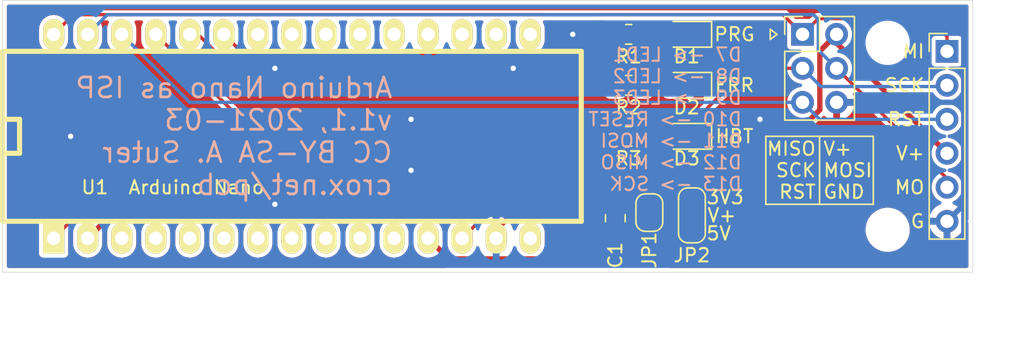
<source format=kicad_pcb>
(kicad_pcb (version 20171130) (host pcbnew 5.1.9-73d0e3b20d~88~ubuntu20.04.1)

  (general
    (thickness 1.6)
    (drawings 29)
    (tracks 84)
    (zones 0)
    (modules 14)
    (nets 35)
  )

  (page A4)
  (layers
    (0 F.Cu signal)
    (31 B.Cu signal)
    (32 B.Adhes user)
    (33 F.Adhes user)
    (34 B.Paste user)
    (35 F.Paste user)
    (36 B.SilkS user)
    (37 F.SilkS user)
    (38 B.Mask user)
    (39 F.Mask user)
    (40 Dwgs.User user)
    (41 Cmts.User user)
    (42 Eco1.User user)
    (43 Eco2.User user)
    (44 Edge.Cuts user)
    (45 Margin user)
    (46 B.CrtYd user)
    (47 F.CrtYd user)
    (48 B.Fab user)
    (49 F.Fab user)
  )

  (setup
    (last_trace_width 0.25)
    (trace_clearance 0.2)
    (zone_clearance 0.3)
    (zone_45_only no)
    (trace_min 0.2)
    (via_size 0.8)
    (via_drill 0.4)
    (via_min_size 0.4)
    (via_min_drill 0.3)
    (uvia_size 0.3)
    (uvia_drill 0.1)
    (uvias_allowed no)
    (uvia_min_size 0.2)
    (uvia_min_drill 0.1)
    (edge_width 0.05)
    (segment_width 0.2)
    (pcb_text_width 0.3)
    (pcb_text_size 1.5 1.5)
    (mod_edge_width 0.12)
    (mod_text_size 1 1)
    (mod_text_width 0.15)
    (pad_size 1.7 1.7)
    (pad_drill 1)
    (pad_to_mask_clearance 0)
    (aux_axis_origin 0 0)
    (visible_elements FFFFFF7F)
    (pcbplotparams
      (layerselection 0x010f8_ffffffff)
      (usegerberextensions false)
      (usegerberattributes true)
      (usegerberadvancedattributes true)
      (creategerberjobfile true)
      (excludeedgelayer true)
      (linewidth 0.100000)
      (plotframeref false)
      (viasonmask false)
      (mode 1)
      (useauxorigin false)
      (hpglpennumber 1)
      (hpglpenspeed 20)
      (hpglpendiameter 15.000000)
      (psnegative false)
      (psa4output false)
      (plotreference true)
      (plotvalue true)
      (plotinvisibletext false)
      (padsonsilk false)
      (subtractmaskfromsilk false)
      (outputformat 1)
      (mirror false)
      (drillshape 0)
      (scaleselection 1)
      (outputdirectory "plot/"))
  )

  (net 0 "")
  (net 1 GND)
  (net 2 "Net-(D1-Pad2)")
  (net 3 "Net-(D2-Pad2)")
  (net 4 "Net-(D3-Pad2)")
  (net 5 +3V3)
  (net 6 +5V)
  (net 7 "Net-(J2-Pad1)")
  (net 8 "Net-(J2-Pad2)")
  (net 9 "Net-(J2-Pad3)")
  (net 10 "Net-(J2-Pad5)")
  (net 11 "Net-(R1-Pad1)")
  (net 12 "Net-(R2-Pad1)")
  (net 13 "Net-(R3-Pad1)")
  (net 14 "Net-(U1-Pad3)")
  (net 15 "Net-(U1-Pad4)")
  (net 16 "Net-(U1-Pad5)")
  (net 17 "Net-(U1-Pad6)")
  (net 18 "Net-(U1-Pad7)")
  (net 19 "Net-(U1-Pad8)")
  (net 20 "Net-(U1-Pad9)")
  (net 21 "Net-(U1-Pad10)")
  (net 22 "Net-(U1-Pad11)")
  (net 23 "Net-(U1-Pad15)")
  (net 24 "Net-(U1-Pad16)")
  (net 25 "Net-(U1-Pad17)")
  (net 26 "Net-(U1-Pad18)")
  (net 27 "Net-(U1-Pad20)")
  (net 28 "Net-(U1-Pad21)")
  (net 29 "Net-(U1-Pad22)")
  (net 30 "Net-(U1-Pad23)")
  (net 31 "Net-(U1-Pad24)")
  (net 32 "Net-(C1-Pad1)")
  (net 33 "Net-(J2-Pad4)")
  (net 34 "Net-(JP1-Pad2)")

  (net_class Default "This is the default net class."
    (clearance 0.2)
    (trace_width 0.25)
    (via_dia 0.8)
    (via_drill 0.4)
    (uvia_dia 0.3)
    (uvia_drill 0.1)
    (add_net "Net-(C1-Pad1)")
    (add_net "Net-(D1-Pad2)")
    (add_net "Net-(D2-Pad2)")
    (add_net "Net-(D3-Pad2)")
    (add_net "Net-(J2-Pad1)")
    (add_net "Net-(J2-Pad2)")
    (add_net "Net-(J2-Pad3)")
    (add_net "Net-(J2-Pad5)")
    (add_net "Net-(JP1-Pad2)")
    (add_net "Net-(R1-Pad1)")
    (add_net "Net-(R2-Pad1)")
    (add_net "Net-(R3-Pad1)")
    (add_net "Net-(U1-Pad10)")
    (add_net "Net-(U1-Pad11)")
    (add_net "Net-(U1-Pad15)")
    (add_net "Net-(U1-Pad16)")
    (add_net "Net-(U1-Pad17)")
    (add_net "Net-(U1-Pad18)")
    (add_net "Net-(U1-Pad20)")
    (add_net "Net-(U1-Pad21)")
    (add_net "Net-(U1-Pad22)")
    (add_net "Net-(U1-Pad23)")
    (add_net "Net-(U1-Pad24)")
    (add_net "Net-(U1-Pad3)")
    (add_net "Net-(U1-Pad4)")
    (add_net "Net-(U1-Pad5)")
    (add_net "Net-(U1-Pad6)")
    (add_net "Net-(U1-Pad7)")
    (add_net "Net-(U1-Pad8)")
    (add_net "Net-(U1-Pad9)")
  )

  (net_class power ""
    (clearance 0.2)
    (trace_width 0.4)
    (via_dia 0.8)
    (via_drill 0.4)
    (uvia_dia 0.3)
    (uvia_drill 0.1)
    (add_net +3V3)
    (add_net +5V)
    (add_net GND)
    (add_net "Net-(J2-Pad4)")
  )

  (module MountingHole:MountingHole_2.7mm_M2.5 (layer F.Cu) (tedit 56D1B4CB) (tstamp 603F22C8)
    (at 191.77 88.265)
    (descr "Mounting Hole 2.7mm, no annular, M2.5")
    (tags "mounting hole 2.7mm no annular m2.5")
    (attr virtual)
    (fp_text reference h2 (at 0 -3.7) (layer F.SilkS) hide
      (effects (font (size 1 1) (thickness 0.15)))
    )
    (fp_text value MountingHole_2.7mm_M2.5 (at 0 3.7) (layer F.Fab)
      (effects (font (size 1 1) (thickness 0.15)))
    )
    (fp_circle (center 0 0) (end 2.7 0) (layer Cmts.User) (width 0.15))
    (fp_circle (center 0 0) (end 2.95 0) (layer F.CrtYd) (width 0.05))
    (fp_text user %R (at 0.3 0) (layer F.Fab)
      (effects (font (size 1 1) (thickness 0.15)))
    )
    (pad 1 np_thru_hole circle (at 0 0) (size 2.7 2.7) (drill 2.7) (layers *.Cu *.Mask))
  )

  (module MountingHole:MountingHole_2.7mm_M2.5 (layer F.Cu) (tedit 56D1B4CB) (tstamp 603F2197)
    (at 191.77 74.295)
    (descr "Mounting Hole 2.7mm, no annular, M2.5")
    (tags "mounting hole 2.7mm no annular m2.5")
    (attr virtual)
    (fp_text reference h1 (at 0 -3.7) (layer F.SilkS) hide
      (effects (font (size 1 1) (thickness 0.15)))
    )
    (fp_text value MountingHole_2.7mm_M2.5 (at 0 3.7) (layer F.Fab)
      (effects (font (size 1 1) (thickness 0.15)))
    )
    (fp_circle (center 0 0) (end 2.7 0) (layer Cmts.User) (width 0.15))
    (fp_circle (center 0 0) (end 2.95 0) (layer F.CrtYd) (width 0.05))
    (fp_text user %R (at 0.3 0) (layer F.Fab)
      (effects (font (size 1 1) (thickness 0.15)))
    )
    (pad 1 np_thru_hole circle (at 0 0) (size 2.7 2.7) (drill 2.7) (layers *.Cu *.Mask))
  )

  (module Jumper:SolderJumper-2_P1.3mm_Bridged_RoundedPad1.0x1.5mm (layer F.Cu) (tedit 5C745284) (tstamp 603B416C)
    (at 173.99 86.98 90)
    (descr "SMD Solder Jumper, 1x1.5mm, rounded Pads, 0.3mm gap, bridged with 1 copper strip")
    (tags "solder jumper open")
    (path /603B3B97)
    (attr virtual)
    (fp_text reference JP1 (at -2.809 0 90) (layer F.SilkS)
      (effects (font (size 1 1) (thickness 0.15)))
    )
    (fp_text value SolderJumper_2_Bridged (at 0 1.9 90) (layer F.Fab)
      (effects (font (size 1 1) (thickness 0.15)))
    )
    (fp_poly (pts (xy 0.25 -0.3) (xy -0.25 -0.3) (xy -0.25 0.3) (xy 0.25 0.3)) (layer F.Cu) (width 0))
    (fp_line (start 1.65 1.25) (end -1.65 1.25) (layer F.CrtYd) (width 0.05))
    (fp_line (start 1.65 1.25) (end 1.65 -1.25) (layer F.CrtYd) (width 0.05))
    (fp_line (start -1.65 -1.25) (end -1.65 1.25) (layer F.CrtYd) (width 0.05))
    (fp_line (start -1.65 -1.25) (end 1.65 -1.25) (layer F.CrtYd) (width 0.05))
    (fp_line (start -0.7 -1) (end 0.7 -1) (layer F.SilkS) (width 0.12))
    (fp_line (start 1.4 -0.3) (end 1.4 0.3) (layer F.SilkS) (width 0.12))
    (fp_line (start 0.7 1) (end -0.7 1) (layer F.SilkS) (width 0.12))
    (fp_line (start -1.4 0.3) (end -1.4 -0.3) (layer F.SilkS) (width 0.12))
    (fp_arc (start -0.7 -0.3) (end -0.7 -1) (angle -90) (layer F.SilkS) (width 0.12))
    (fp_arc (start -0.7 0.3) (end -1.4 0.3) (angle -90) (layer F.SilkS) (width 0.12))
    (fp_arc (start 0.7 0.3) (end 0.7 1) (angle -90) (layer F.SilkS) (width 0.12))
    (fp_arc (start 0.7 -0.3) (end 1.4 -0.3) (angle -90) (layer F.SilkS) (width 0.12))
    (pad 1 smd custom (at -0.65 0 90) (size 1 0.5) (layers F.Cu F.Mask)
      (net 32 "Net-(C1-Pad1)") (zone_connect 2)
      (options (clearance outline) (anchor rect))
      (primitives
        (gr_circle (center 0 0.25) (end 0.5 0.25) (width 0))
        (gr_circle (center 0 -0.25) (end 0.5 -0.25) (width 0))
        (gr_poly (pts
           (xy 0 -0.75) (xy 0.5 -0.75) (xy 0.5 0.75) (xy 0 0.75)) (width 0))
      ))
    (pad 2 smd custom (at 0.65 0 90) (size 1 0.5) (layers F.Cu F.Mask)
      (net 34 "Net-(JP1-Pad2)") (zone_connect 2)
      (options (clearance outline) (anchor rect))
      (primitives
        (gr_circle (center 0 0.25) (end 0.5 0.25) (width 0))
        (gr_circle (center 0 -0.25) (end 0.5 -0.25) (width 0))
        (gr_poly (pts
           (xy 0 -0.75) (xy -0.5 -0.75) (xy -0.5 0.75) (xy 0 0.75)) (width 0))
      ))
  )

  (module Jumper:SolderJumper-3_P1.3mm_Bridged12_RoundedPad1.0x1.5mm (layer F.Cu) (tedit 60398174) (tstamp 6039819D)
    (at 177.165 87.1855 90)
    (descr "SMD Solder 3-pad Jumper, 1x1.5mm rounded Pads, 0.3mm gap, pads 1-2 bridged with 1 copper strip")
    (tags "solder jumper open")
    (path /6039FD68)
    (attr virtual)
    (fp_text reference JP2 (at -2.9845 0 180) (layer F.SilkS)
      (effects (font (size 1 1) (thickness 0.15)))
    )
    (fp_text value SolderJumper_3_Bridged12 (at 0 1.9 90) (layer F.Fab)
      (effects (font (size 1 1) (thickness 0.15)))
    )
    (fp_poly (pts (xy -0.9 -0.3) (xy -0.4 -0.3) (xy -0.4 0.3) (xy -0.9 0.3)) (layer F.Cu) (width 0))
    (fp_line (start 2.3 1.25) (end -2.3 1.25) (layer F.CrtYd) (width 0.05))
    (fp_line (start 2.3 1.25) (end 2.3 -1.25) (layer F.CrtYd) (width 0.05))
    (fp_line (start -2.3 -1.25) (end -2.3 1.25) (layer F.CrtYd) (width 0.05))
    (fp_line (start -2.3 -1.25) (end 2.3 -1.25) (layer F.CrtYd) (width 0.05))
    (fp_line (start -1.4 -1) (end 1.4 -1) (layer F.SilkS) (width 0.12))
    (fp_line (start 2.05 -0.3) (end 2.05 0.3) (layer F.SilkS) (width 0.12))
    (fp_line (start 1.4 1) (end -1.4 1) (layer F.SilkS) (width 0.12))
    (fp_line (start -2.05 0.3) (end -2.05 -0.3) (layer F.SilkS) (width 0.12))
    (fp_arc (start -1.35 -0.3) (end -1.35 -1) (angle -90) (layer F.SilkS) (width 0.12))
    (fp_arc (start -1.35 0.3) (end -2.05 0.3) (angle -90) (layer F.SilkS) (width 0.12))
    (fp_arc (start 1.35 0.3) (end 1.35 1) (angle -90) (layer F.SilkS) (width 0.12))
    (fp_arc (start 1.35 -0.3) (end 2.05 -0.3) (angle -90) (layer F.SilkS) (width 0.12))
    (pad 1 smd custom (at -1.3 0 90) (size 1 0.5) (layers F.Cu F.Mask)
      (net 6 +5V) (zone_connect 2)
      (options (clearance outline) (anchor rect))
      (primitives
        (gr_circle (center 0 0.25) (end 0.5 0.25) (width 0))
        (gr_circle (center 0 -0.25) (end 0.5 -0.25) (width 0))
        (gr_poly (pts
           (xy 0.55 -0.75) (xy 0 -0.75) (xy 0 0.75) (xy 0.55 0.75)) (width 0))
      ))
    (pad 2 smd rect (at 0 0 90) (size 1 1.5) (layers F.Cu F.Mask)
      (net 33 "Net-(J2-Pad4)"))
    (pad 3 smd custom (at 1.3 0 90) (size 1 0.5) (layers F.Cu F.Mask)
      (net 5 +3V3) (zone_connect 2)
      (options (clearance outline) (anchor rect))
      (primitives
        (gr_circle (center 0 0.25) (end 0.5 0.25) (width 0))
        (gr_circle (center 0 -0.25) (end 0.5 -0.25) (width 0))
        (gr_poly (pts
           (xy -0.55 -0.75) (xy 0 -0.75) (xy 0 0.75) (xy -0.55 0.75)) (width 0))
      ))
  )

  (module Capacitor_SMD:C_0805_2012Metric_Pad1.18x1.45mm_HandSolder (layer F.Cu) (tedit 5F68FEEF) (tstamp 60383591)
    (at 171.45 87.3975 90)
    (descr "Capacitor SMD 0805 (2012 Metric), square (rectangular) end terminal, IPC_7351 nominal with elongated pad for handsoldering. (Body size source: IPC-SM-782 page 76, https://www.pcb-3d.com/wordpress/wp-content/uploads/ipc-sm-782a_amendment_1_and_2.pdf, https://docs.google.com/spreadsheets/d/1BsfQQcO9C6DZCsRaXUlFlo91Tg2WpOkGARC1WS5S8t0/edit?usp=sharing), generated with kicad-footprint-generator")
    (tags "capacitor handsolder")
    (path /60382D3D)
    (attr smd)
    (fp_text reference C1 (at -2.7725 0 90) (layer F.SilkS)
      (effects (font (size 1 1) (thickness 0.15)))
    )
    (fp_text value C (at 0 1.68 90) (layer F.Fab)
      (effects (font (size 1 1) (thickness 0.15)))
    )
    (fp_line (start -1 0.625) (end -1 -0.625) (layer F.Fab) (width 0.1))
    (fp_line (start -1 -0.625) (end 1 -0.625) (layer F.Fab) (width 0.1))
    (fp_line (start 1 -0.625) (end 1 0.625) (layer F.Fab) (width 0.1))
    (fp_line (start 1 0.625) (end -1 0.625) (layer F.Fab) (width 0.1))
    (fp_line (start -0.261252 -0.735) (end 0.261252 -0.735) (layer F.SilkS) (width 0.12))
    (fp_line (start -0.261252 0.735) (end 0.261252 0.735) (layer F.SilkS) (width 0.12))
    (fp_line (start -1.88 0.98) (end -1.88 -0.98) (layer F.CrtYd) (width 0.05))
    (fp_line (start -1.88 -0.98) (end 1.88 -0.98) (layer F.CrtYd) (width 0.05))
    (fp_line (start 1.88 -0.98) (end 1.88 0.98) (layer F.CrtYd) (width 0.05))
    (fp_line (start 1.88 0.98) (end -1.88 0.98) (layer F.CrtYd) (width 0.05))
    (fp_text user %R (at 0 0) (layer F.Fab)
      (effects (font (size 0.5 0.5) (thickness 0.08)))
    )
    (pad 2 smd roundrect (at 1.0375 0 90) (size 1.175 1.45) (layers F.Cu F.Paste F.Mask) (roundrect_rratio 0.2127659574468085)
      (net 1 GND))
    (pad 1 smd roundrect (at -1.0375 0 90) (size 1.175 1.45) (layers F.Cu F.Paste F.Mask) (roundrect_rratio 0.2127659574468085)
      (net 32 "Net-(C1-Pad1)"))
    (model ${KISYS3DMOD}/Capacitor_SMD.3dshapes/C_0805_2012Metric.wrl
      (at (xyz 0 0 0))
      (scale (xyz 1 1 1))
      (rotate (xyz 0 0 0))
    )
  )

  (module Connector_PinHeader_2.54mm:PinHeader_2x03_P2.54mm_Vertical (layer F.Cu) (tedit 5FFA5D52) (tstamp 5FFAA4DA)
    (at 185.42 73.66)
    (descr "Through hole straight pin header, 2x03, 2.54mm pitch, double rows")
    (tags "Through hole pin header THT 2x03 2.54mm double row")
    (path /5FFC1FD6)
    (fp_text reference J3 (at 1.27 -2.33) (layer F.SilkS) hide
      (effects (font (size 1 1) (thickness 0.15)))
    )
    (fp_text value Conn_02x03_Top_Bottom (at 1.27 7.41) (layer F.Fab)
      (effects (font (size 1 1) (thickness 0.15)))
    )
    (fp_line (start 0 -1.27) (end 3.81 -1.27) (layer F.Fab) (width 0.1))
    (fp_line (start 3.81 -1.27) (end 3.81 6.35) (layer F.Fab) (width 0.1))
    (fp_line (start 3.81 6.35) (end -1.27 6.35) (layer F.Fab) (width 0.1))
    (fp_line (start -1.27 6.35) (end -1.27 0) (layer F.Fab) (width 0.1))
    (fp_line (start -1.27 0) (end 0 -1.27) (layer F.Fab) (width 0.1))
    (fp_line (start -1.33 6.41) (end 3.87 6.41) (layer F.SilkS) (width 0.12))
    (fp_line (start -1.33 1.27) (end -1.33 6.41) (layer F.SilkS) (width 0.12))
    (fp_line (start 3.87 -1.33) (end 3.87 6.41) (layer F.SilkS) (width 0.12))
    (fp_line (start -1.33 1.27) (end 1.27 1.27) (layer F.SilkS) (width 0.12))
    (fp_line (start 1.27 1.27) (end 1.27 -1.33) (layer F.SilkS) (width 0.12))
    (fp_line (start 1.27 -1.33) (end 3.87 -1.33) (layer F.SilkS) (width 0.12))
    (fp_line (start -1.33 0) (end -1.33 -1.33) (layer F.SilkS) (width 0.12))
    (fp_line (start -1.33 -1.33) (end 0 -1.33) (layer F.SilkS) (width 0.12))
    (fp_line (start -1.8 -1.8) (end -1.8 6.85) (layer F.CrtYd) (width 0.05))
    (fp_line (start -1.8 6.85) (end 4.35 6.85) (layer F.CrtYd) (width 0.05))
    (fp_line (start 4.35 6.85) (end 4.35 -1.8) (layer F.CrtYd) (width 0.05))
    (fp_line (start 4.35 -1.8) (end -1.8 -1.8) (layer F.CrtYd) (width 0.05))
    (fp_text user %R (at 1.27 2.54 90) (layer F.Fab)
      (effects (font (size 1 1) (thickness 0.15)))
    )
    (pad 6 thru_hole oval (at 2.54 5.08) (size 1.7 1.7) (drill 1) (layers *.Cu *.Mask)
      (net 1 GND))
    (pad 3 thru_hole oval (at 0 5.08) (size 1.7 1.7) (drill 1) (layers *.Cu *.Mask)
      (net 9 "Net-(J2-Pad3)"))
    (pad 5 thru_hole oval (at 2.54 2.54) (size 1.7 1.7) (drill 1) (layers *.Cu *.Mask)
      (net 10 "Net-(J2-Pad5)"))
    (pad 2 thru_hole oval (at 0 2.54) (size 1.7 1.7) (drill 1) (layers *.Cu *.Mask)
      (net 8 "Net-(J2-Pad2)"))
    (pad 4 thru_hole oval (at 2.54 0) (size 1.7 1.7) (drill 1) (layers *.Cu *.Mask)
      (net 33 "Net-(J2-Pad4)"))
    (pad 1 thru_hole rect (at 0 0) (size 1.7 1.7) (drill 1) (layers *.Cu *.Mask)
      (net 7 "Net-(J2-Pad1)"))
    (model ${KISYS3DMOD}/Connector_PinHeader_2.54mm.3dshapes/PinHeader_2x03_P2.54mm_Vertical.wrl
      (at (xyz 0 0 0))
      (scale (xyz 1 1 1))
      (rotate (xyz 0 0 0))
    )
  )

  (module LED_SMD:LED_0805_2012Metric_Pad1.15x1.40mm_HandSolder (layer F.Cu) (tedit 5F68FEF1) (tstamp 5FFAAD45)
    (at 176.775 73.66 180)
    (descr "LED SMD 0805 (2012 Metric), square (rectangular) end terminal, IPC_7351 nominal, (Body size source: https://docs.google.com/spreadsheets/d/1BsfQQcO9C6DZCsRaXUlFlo91Tg2WpOkGARC1WS5S8t0/edit?usp=sharing), generated with kicad-footprint-generator")
    (tags "LED handsolder")
    (path /5FFA9BB6)
    (attr smd)
    (fp_text reference D1 (at 0 -1.65) (layer F.SilkS)
      (effects (font (size 1 1) (thickness 0.15)))
    )
    (fp_text value LED (at 0 1.65) (layer F.Fab)
      (effects (font (size 1 1) (thickness 0.15)))
    )
    (fp_line (start 1.85 0.95) (end -1.85 0.95) (layer F.CrtYd) (width 0.05))
    (fp_line (start 1.85 -0.95) (end 1.85 0.95) (layer F.CrtYd) (width 0.05))
    (fp_line (start -1.85 -0.95) (end 1.85 -0.95) (layer F.CrtYd) (width 0.05))
    (fp_line (start -1.85 0.95) (end -1.85 -0.95) (layer F.CrtYd) (width 0.05))
    (fp_line (start -1.86 0.96) (end 1 0.96) (layer F.SilkS) (width 0.12))
    (fp_line (start -1.86 -0.96) (end -1.86 0.96) (layer F.SilkS) (width 0.12))
    (fp_line (start 1 -0.96) (end -1.86 -0.96) (layer F.SilkS) (width 0.12))
    (fp_line (start 1 0.6) (end 1 -0.6) (layer F.Fab) (width 0.1))
    (fp_line (start -1 0.6) (end 1 0.6) (layer F.Fab) (width 0.1))
    (fp_line (start -1 -0.3) (end -1 0.6) (layer F.Fab) (width 0.1))
    (fp_line (start -0.7 -0.6) (end -1 -0.3) (layer F.Fab) (width 0.1))
    (fp_line (start 1 -0.6) (end -0.7 -0.6) (layer F.Fab) (width 0.1))
    (fp_text user %R (at 0 0) (layer F.Fab)
      (effects (font (size 0.5 0.5) (thickness 0.08)))
    )
    (pad 1 smd roundrect (at -1.025 0 180) (size 1.15 1.4) (layers F.Cu F.Paste F.Mask) (roundrect_rratio 0.2173904347826087)
      (net 1 GND))
    (pad 2 smd roundrect (at 1.025 0 180) (size 1.15 1.4) (layers F.Cu F.Paste F.Mask) (roundrect_rratio 0.2173904347826087)
      (net 2 "Net-(D1-Pad2)"))
    (model ${KISYS3DMOD}/LED_SMD.3dshapes/LED_0805_2012Metric.wrl
      (at (xyz 0 0 0))
      (scale (xyz 1 1 1))
      (rotate (xyz 0 0 0))
    )
  )

  (module LED_SMD:LED_0805_2012Metric_Pad1.15x1.40mm_HandSolder (layer F.Cu) (tedit 5F68FEF1) (tstamp 5FFAA47A)
    (at 176.775 77.47 180)
    (descr "LED SMD 0805 (2012 Metric), square (rectangular) end terminal, IPC_7351 nominal, (Body size source: https://docs.google.com/spreadsheets/d/1BsfQQcO9C6DZCsRaXUlFlo91Tg2WpOkGARC1WS5S8t0/edit?usp=sharing), generated with kicad-footprint-generator")
    (tags "LED handsolder")
    (path /5FFAD1A7)
    (attr smd)
    (fp_text reference D2 (at 0 -1.65) (layer F.SilkS)
      (effects (font (size 1 1) (thickness 0.15)))
    )
    (fp_text value LED (at 0 1.65) (layer F.Fab)
      (effects (font (size 1 1) (thickness 0.15)))
    )
    (fp_line (start 1 -0.6) (end -0.7 -0.6) (layer F.Fab) (width 0.1))
    (fp_line (start -0.7 -0.6) (end -1 -0.3) (layer F.Fab) (width 0.1))
    (fp_line (start -1 -0.3) (end -1 0.6) (layer F.Fab) (width 0.1))
    (fp_line (start -1 0.6) (end 1 0.6) (layer F.Fab) (width 0.1))
    (fp_line (start 1 0.6) (end 1 -0.6) (layer F.Fab) (width 0.1))
    (fp_line (start 1 -0.96) (end -1.86 -0.96) (layer F.SilkS) (width 0.12))
    (fp_line (start -1.86 -0.96) (end -1.86 0.96) (layer F.SilkS) (width 0.12))
    (fp_line (start -1.86 0.96) (end 1 0.96) (layer F.SilkS) (width 0.12))
    (fp_line (start -1.85 0.95) (end -1.85 -0.95) (layer F.CrtYd) (width 0.05))
    (fp_line (start -1.85 -0.95) (end 1.85 -0.95) (layer F.CrtYd) (width 0.05))
    (fp_line (start 1.85 -0.95) (end 1.85 0.95) (layer F.CrtYd) (width 0.05))
    (fp_line (start 1.85 0.95) (end -1.85 0.95) (layer F.CrtYd) (width 0.05))
    (fp_text user %R (at 0 0) (layer F.Fab)
      (effects (font (size 0.5 0.5) (thickness 0.08)))
    )
    (pad 2 smd roundrect (at 1.025 0 180) (size 1.15 1.4) (layers F.Cu F.Paste F.Mask) (roundrect_rratio 0.2173904347826087)
      (net 3 "Net-(D2-Pad2)"))
    (pad 1 smd roundrect (at -1.025 0 180) (size 1.15 1.4) (layers F.Cu F.Paste F.Mask) (roundrect_rratio 0.2173904347826087)
      (net 1 GND))
    (model ${KISYS3DMOD}/LED_SMD.3dshapes/LED_0805_2012Metric.wrl
      (at (xyz 0 0 0))
      (scale (xyz 1 1 1))
      (rotate (xyz 0 0 0))
    )
  )

  (module LED_SMD:LED_0805_2012Metric_Pad1.15x1.40mm_HandSolder (layer F.Cu) (tedit 5F68FEF1) (tstamp 5FFAA48D)
    (at 176.775 81.28 180)
    (descr "LED SMD 0805 (2012 Metric), square (rectangular) end terminal, IPC_7351 nominal, (Body size source: https://docs.google.com/spreadsheets/d/1BsfQQcO9C6DZCsRaXUlFlo91Tg2WpOkGARC1WS5S8t0/edit?usp=sharing), generated with kicad-footprint-generator")
    (tags "LED handsolder")
    (path /5FFADD09)
    (attr smd)
    (fp_text reference D3 (at 0 -1.65) (layer F.SilkS)
      (effects (font (size 1 1) (thickness 0.15)))
    )
    (fp_text value LED (at 0 1.65) (layer F.Fab)
      (effects (font (size 1 1) (thickness 0.15)))
    )
    (fp_line (start 1.85 0.95) (end -1.85 0.95) (layer F.CrtYd) (width 0.05))
    (fp_line (start 1.85 -0.95) (end 1.85 0.95) (layer F.CrtYd) (width 0.05))
    (fp_line (start -1.85 -0.95) (end 1.85 -0.95) (layer F.CrtYd) (width 0.05))
    (fp_line (start -1.85 0.95) (end -1.85 -0.95) (layer F.CrtYd) (width 0.05))
    (fp_line (start -1.86 0.96) (end 1 0.96) (layer F.SilkS) (width 0.12))
    (fp_line (start -1.86 -0.96) (end -1.86 0.96) (layer F.SilkS) (width 0.12))
    (fp_line (start 1 -0.96) (end -1.86 -0.96) (layer F.SilkS) (width 0.12))
    (fp_line (start 1 0.6) (end 1 -0.6) (layer F.Fab) (width 0.1))
    (fp_line (start -1 0.6) (end 1 0.6) (layer F.Fab) (width 0.1))
    (fp_line (start -1 -0.3) (end -1 0.6) (layer F.Fab) (width 0.1))
    (fp_line (start -0.7 -0.6) (end -1 -0.3) (layer F.Fab) (width 0.1))
    (fp_line (start 1 -0.6) (end -0.7 -0.6) (layer F.Fab) (width 0.1))
    (fp_text user %R (at 0 0) (layer F.Fab)
      (effects (font (size 0.5 0.5) (thickness 0.08)))
    )
    (pad 1 smd roundrect (at -1.025 0 180) (size 1.15 1.4) (layers F.Cu F.Paste F.Mask) (roundrect_rratio 0.2173904347826087)
      (net 1 GND))
    (pad 2 smd roundrect (at 1.025 0 180) (size 1.15 1.4) (layers F.Cu F.Paste F.Mask) (roundrect_rratio 0.2173904347826087)
      (net 4 "Net-(D3-Pad2)"))
    (model ${KISYS3DMOD}/LED_SMD.3dshapes/LED_0805_2012Metric.wrl
      (at (xyz 0 0 0))
      (scale (xyz 1 1 1))
      (rotate (xyz 0 0 0))
    )
  )

  (module Connector_PinHeader_2.54mm:PinHeader_1x06_P2.54mm_Vertical (layer F.Cu) (tedit 59FED5CC) (tstamp 5FFAA4BE)
    (at 196.2 74.93)
    (descr "Through hole straight pin header, 1x06, 2.54mm pitch, single row")
    (tags "Through hole pin header THT 1x06 2.54mm single row")
    (path /5FFC0F13)
    (fp_text reference J2 (at 0 -2.33) (layer F.SilkS) hide
      (effects (font (size 1 1) (thickness 0.15)))
    )
    (fp_text value Conn_01x06 (at 0 15.03) (layer F.Fab)
      (effects (font (size 1 1) (thickness 0.15)))
    )
    (fp_line (start 1.8 -1.8) (end -1.8 -1.8) (layer F.CrtYd) (width 0.05))
    (fp_line (start 1.8 14.5) (end 1.8 -1.8) (layer F.CrtYd) (width 0.05))
    (fp_line (start -1.8 14.5) (end 1.8 14.5) (layer F.CrtYd) (width 0.05))
    (fp_line (start -1.8 -1.8) (end -1.8 14.5) (layer F.CrtYd) (width 0.05))
    (fp_line (start -1.33 -1.33) (end 0 -1.33) (layer F.SilkS) (width 0.12))
    (fp_line (start -1.33 0) (end -1.33 -1.33) (layer F.SilkS) (width 0.12))
    (fp_line (start -1.33 1.27) (end 1.33 1.27) (layer F.SilkS) (width 0.12))
    (fp_line (start 1.33 1.27) (end 1.33 14.03) (layer F.SilkS) (width 0.12))
    (fp_line (start -1.33 1.27) (end -1.33 14.03) (layer F.SilkS) (width 0.12))
    (fp_line (start -1.33 14.03) (end 1.33 14.03) (layer F.SilkS) (width 0.12))
    (fp_line (start -1.27 -0.635) (end -0.635 -1.27) (layer F.Fab) (width 0.1))
    (fp_line (start -1.27 13.97) (end -1.27 -0.635) (layer F.Fab) (width 0.1))
    (fp_line (start 1.27 13.97) (end -1.27 13.97) (layer F.Fab) (width 0.1))
    (fp_line (start 1.27 -1.27) (end 1.27 13.97) (layer F.Fab) (width 0.1))
    (fp_line (start -0.635 -1.27) (end 1.27 -1.27) (layer F.Fab) (width 0.1))
    (fp_text user %R (at 0 6.35 90) (layer F.Fab)
      (effects (font (size 1 1) (thickness 0.15)))
    )
    (pad 1 thru_hole rect (at 0 0) (size 1.7 1.7) (drill 1) (layers *.Cu *.Mask)
      (net 7 "Net-(J2-Pad1)"))
    (pad 2 thru_hole oval (at 0 2.54) (size 1.7 1.7) (drill 1) (layers *.Cu *.Mask)
      (net 8 "Net-(J2-Pad2)"))
    (pad 3 thru_hole oval (at 0 5.08) (size 1.7 1.7) (drill 1) (layers *.Cu *.Mask)
      (net 9 "Net-(J2-Pad3)"))
    (pad 4 thru_hole oval (at 0 7.62) (size 1.7 1.7) (drill 1) (layers *.Cu *.Mask)
      (net 33 "Net-(J2-Pad4)"))
    (pad 5 thru_hole oval (at 0 10.16) (size 1.7 1.7) (drill 1) (layers *.Cu *.Mask)
      (net 10 "Net-(J2-Pad5)"))
    (pad 6 thru_hole oval (at 0 12.7) (size 1.7 1.7) (drill 1) (layers *.Cu *.Mask)
      (net 1 GND))
    (model ${KISYS3DMOD}/Connector_PinHeader_2.54mm.3dshapes/PinHeader_1x06_P2.54mm_Vertical.wrl
      (at (xyz 0 0 0))
      (scale (xyz 1 1 1))
      (rotate (xyz 0 0 0))
    )
  )

  (module Resistor_SMD:R_0805_2012Metric_Pad1.20x1.40mm_HandSolder (layer F.Cu) (tedit 5F68FEEE) (tstamp 5FFAA9BF)
    (at 172.45 73.66)
    (descr "Resistor SMD 0805 (2012 Metric), square (rectangular) end terminal, IPC_7351 nominal with elongated pad for handsoldering. (Body size source: IPC-SM-782 page 72, https://www.pcb-3d.com/wordpress/wp-content/uploads/ipc-sm-782a_amendment_1_and_2.pdf), generated with kicad-footprint-generator")
    (tags "resistor handsolder")
    (path /5FFAF69D)
    (attr smd)
    (fp_text reference R1 (at 0 1.65) (layer F.SilkS)
      (effects (font (size 1 1) (thickness 0.15)))
    )
    (fp_text value R (at 0 1.65) (layer F.Fab)
      (effects (font (size 1 1) (thickness 0.15)))
    )
    (fp_line (start 1.85 0.95) (end -1.85 0.95) (layer F.CrtYd) (width 0.05))
    (fp_line (start 1.85 -0.95) (end 1.85 0.95) (layer F.CrtYd) (width 0.05))
    (fp_line (start -1.85 -0.95) (end 1.85 -0.95) (layer F.CrtYd) (width 0.05))
    (fp_line (start -1.85 0.95) (end -1.85 -0.95) (layer F.CrtYd) (width 0.05))
    (fp_line (start -0.227064 0.735) (end 0.227064 0.735) (layer F.SilkS) (width 0.12))
    (fp_line (start -0.227064 -0.735) (end 0.227064 -0.735) (layer F.SilkS) (width 0.12))
    (fp_line (start 1 0.625) (end -1 0.625) (layer F.Fab) (width 0.1))
    (fp_line (start 1 -0.625) (end 1 0.625) (layer F.Fab) (width 0.1))
    (fp_line (start -1 -0.625) (end 1 -0.625) (layer F.Fab) (width 0.1))
    (fp_line (start -1 0.625) (end -1 -0.625) (layer F.Fab) (width 0.1))
    (fp_text user %R (at 0 0) (layer F.Fab)
      (effects (font (size 0.5 0.5) (thickness 0.08)))
    )
    (pad 1 smd roundrect (at -1 0) (size 1.2 1.4) (layers F.Cu F.Paste F.Mask) (roundrect_rratio 0.2083325)
      (net 11 "Net-(R1-Pad1)"))
    (pad 2 smd roundrect (at 1 0) (size 1.2 1.4) (layers F.Cu F.Paste F.Mask) (roundrect_rratio 0.2083325)
      (net 2 "Net-(D1-Pad2)"))
    (model ${KISYS3DMOD}/Resistor_SMD.3dshapes/R_0805_2012Metric.wrl
      (at (xyz 0 0 0))
      (scale (xyz 1 1 1))
      (rotate (xyz 0 0 0))
    )
  )

  (module Resistor_SMD:R_0805_2012Metric_Pad1.20x1.40mm_HandSolder (layer F.Cu) (tedit 5F68FEEE) (tstamp 5FFAA4FC)
    (at 172.45 77.47)
    (descr "Resistor SMD 0805 (2012 Metric), square (rectangular) end terminal, IPC_7351 nominal with elongated pad for handsoldering. (Body size source: IPC-SM-782 page 72, https://www.pcb-3d.com/wordpress/wp-content/uploads/ipc-sm-782a_amendment_1_and_2.pdf), generated with kicad-footprint-generator")
    (tags "resistor handsolder")
    (path /5FFB0919)
    (attr smd)
    (fp_text reference R2 (at 0 1.65) (layer F.SilkS)
      (effects (font (size 1 1) (thickness 0.15)))
    )
    (fp_text value R (at 0 1.65) (layer F.Fab)
      (effects (font (size 1 1) (thickness 0.15)))
    )
    (fp_line (start -1 0.625) (end -1 -0.625) (layer F.Fab) (width 0.1))
    (fp_line (start -1 -0.625) (end 1 -0.625) (layer F.Fab) (width 0.1))
    (fp_line (start 1 -0.625) (end 1 0.625) (layer F.Fab) (width 0.1))
    (fp_line (start 1 0.625) (end -1 0.625) (layer F.Fab) (width 0.1))
    (fp_line (start -0.227064 -0.735) (end 0.227064 -0.735) (layer F.SilkS) (width 0.12))
    (fp_line (start -0.227064 0.735) (end 0.227064 0.735) (layer F.SilkS) (width 0.12))
    (fp_line (start -1.85 0.95) (end -1.85 -0.95) (layer F.CrtYd) (width 0.05))
    (fp_line (start -1.85 -0.95) (end 1.85 -0.95) (layer F.CrtYd) (width 0.05))
    (fp_line (start 1.85 -0.95) (end 1.85 0.95) (layer F.CrtYd) (width 0.05))
    (fp_line (start 1.85 0.95) (end -1.85 0.95) (layer F.CrtYd) (width 0.05))
    (fp_text user %R (at 0 0) (layer F.Fab)
      (effects (font (size 0.5 0.5) (thickness 0.08)))
    )
    (pad 2 smd roundrect (at 1 0) (size 1.2 1.4) (layers F.Cu F.Paste F.Mask) (roundrect_rratio 0.2083325)
      (net 3 "Net-(D2-Pad2)"))
    (pad 1 smd roundrect (at -1 0) (size 1.2 1.4) (layers F.Cu F.Paste F.Mask) (roundrect_rratio 0.2083325)
      (net 12 "Net-(R2-Pad1)"))
    (model ${KISYS3DMOD}/Resistor_SMD.3dshapes/R_0805_2012Metric.wrl
      (at (xyz 0 0 0))
      (scale (xyz 1 1 1))
      (rotate (xyz 0 0 0))
    )
  )

  (module Resistor_SMD:R_0805_2012Metric_Pad1.20x1.40mm_HandSolder (layer F.Cu) (tedit 5F68FEEE) (tstamp 5FFAA50D)
    (at 172.45 81.28)
    (descr "Resistor SMD 0805 (2012 Metric), square (rectangular) end terminal, IPC_7351 nominal with elongated pad for handsoldering. (Body size source: IPC-SM-782 page 72, https://www.pcb-3d.com/wordpress/wp-content/uploads/ipc-sm-782a_amendment_1_and_2.pdf), generated with kicad-footprint-generator")
    (tags "resistor handsolder")
    (path /5FFB0D57)
    (attr smd)
    (fp_text reference R3 (at 0 1.65) (layer F.SilkS)
      (effects (font (size 1 1) (thickness 0.15)))
    )
    (fp_text value R (at 0 1.65) (layer F.Fab)
      (effects (font (size 1 1) (thickness 0.15)))
    )
    (fp_line (start 1.85 0.95) (end -1.85 0.95) (layer F.CrtYd) (width 0.05))
    (fp_line (start 1.85 -0.95) (end 1.85 0.95) (layer F.CrtYd) (width 0.05))
    (fp_line (start -1.85 -0.95) (end 1.85 -0.95) (layer F.CrtYd) (width 0.05))
    (fp_line (start -1.85 0.95) (end -1.85 -0.95) (layer F.CrtYd) (width 0.05))
    (fp_line (start -0.227064 0.735) (end 0.227064 0.735) (layer F.SilkS) (width 0.12))
    (fp_line (start -0.227064 -0.735) (end 0.227064 -0.735) (layer F.SilkS) (width 0.12))
    (fp_line (start 1 0.625) (end -1 0.625) (layer F.Fab) (width 0.1))
    (fp_line (start 1 -0.625) (end 1 0.625) (layer F.Fab) (width 0.1))
    (fp_line (start -1 -0.625) (end 1 -0.625) (layer F.Fab) (width 0.1))
    (fp_line (start -1 0.625) (end -1 -0.625) (layer F.Fab) (width 0.1))
    (fp_text user %R (at 0 0) (layer F.Fab)
      (effects (font (size 0.5 0.5) (thickness 0.08)))
    )
    (pad 1 smd roundrect (at -1 0) (size 1.2 1.4) (layers F.Cu F.Paste F.Mask) (roundrect_rratio 0.2083325)
      (net 13 "Net-(R3-Pad1)"))
    (pad 2 smd roundrect (at 1 0) (size 1.2 1.4) (layers F.Cu F.Paste F.Mask) (roundrect_rratio 0.2083325)
      (net 4 "Net-(D3-Pad2)"))
    (model ${KISYS3DMOD}/Resistor_SMD.3dshapes/R_0805_2012Metric.wrl
      (at (xyz 0 0 0))
      (scale (xyz 1 1 1))
      (rotate (xyz 0 0 0))
    )
  )

  (module arduino:arduino_mini (layer F.Cu) (tedit 5FFA5908) (tstamp 5FFAA536)
    (at 148.59 81.28)
    (descr "30 pins DIL package, elliptical pads, width 600mil (arduino mini)")
    (tags "DIL arduino mini")
    (path /5FFA4064)
    (fp_text reference U1 (at -13.97 -3.81) (layer F.SilkS) hide
      (effects (font (size 1.778 1.778) (thickness 0.3048)))
    )
    (fp_text value arduino_nano (at -0.635 3.175) (layer F.SilkS) hide
      (effects (font (size 1.778 1.778) (thickness 0.3048)))
    )
    (fp_line (start -22.86 -6.35) (end 20.32 -6.35) (layer F.SilkS) (width 0.381))
    (fp_line (start 20.32 -6.35) (end 20.32 6.35) (layer F.SilkS) (width 0.381))
    (fp_line (start 20.32 6.35) (end -22.86 6.35) (layer F.SilkS) (width 0.381))
    (fp_line (start -22.86 6.35) (end -22.86 -6.35) (layer F.SilkS) (width 0.381))
    (fp_line (start -22.86 1.27) (end -21.59 1.27) (layer F.SilkS) (width 0.381))
    (fp_line (start -21.59 1.27) (end -21.59 -1.27) (layer F.SilkS) (width 0.381))
    (fp_line (start -21.59 -1.27) (end -22.86 -1.27) (layer F.SilkS) (width 0.381))
    (pad 1 thru_hole rect (at -19.05 7.62) (size 1.5748 2.286) (drill 1) (layers *.Cu *.Mask F.SilkS)
      (net 8 "Net-(J2-Pad2)"))
    (pad 2 thru_hole oval (at -16.51 7.62) (size 1.5748 2.286) (drill 1) (layers *.Cu *.Mask F.SilkS)
      (net 5 +3V3))
    (pad 3 thru_hole oval (at -13.97 7.62) (size 1.5748 2.286) (drill 1) (layers *.Cu *.Mask F.SilkS)
      (net 14 "Net-(U1-Pad3)"))
    (pad 4 thru_hole oval (at -11.43 7.62) (size 1.5748 2.286) (drill 1) (layers *.Cu *.Mask F.SilkS)
      (net 15 "Net-(U1-Pad4)"))
    (pad 5 thru_hole oval (at -8.89 7.62) (size 1.5748 2.286) (drill 1) (layers *.Cu *.Mask F.SilkS)
      (net 16 "Net-(U1-Pad5)"))
    (pad 6 thru_hole oval (at -6.35 7.62) (size 1.5748 2.286) (drill 1) (layers *.Cu *.Mask F.SilkS)
      (net 17 "Net-(U1-Pad6)"))
    (pad 7 thru_hole oval (at -3.81 7.62) (size 1.5748 2.286) (drill 1) (layers *.Cu *.Mask F.SilkS)
      (net 18 "Net-(U1-Pad7)"))
    (pad 8 thru_hole oval (at -1.27 7.62) (size 1.5748 2.286) (drill 1) (layers *.Cu *.Mask F.SilkS)
      (net 19 "Net-(U1-Pad8)"))
    (pad 9 thru_hole oval (at 1.27 7.62) (size 1.5748 2.286) (drill 1) (layers *.Cu *.Mask F.SilkS)
      (net 20 "Net-(U1-Pad9)"))
    (pad 10 thru_hole oval (at 3.81 7.62) (size 1.5748 2.286) (drill 1) (layers *.Cu *.Mask F.SilkS)
      (net 21 "Net-(U1-Pad10)"))
    (pad 11 thru_hole oval (at 6.35 7.62) (size 1.5748 2.286) (drill 1) (layers *.Cu *.Mask F.SilkS)
      (net 22 "Net-(U1-Pad11)"))
    (pad 12 thru_hole oval (at 8.89 7.62) (size 1.5748 2.286) (drill 1) (layers *.Cu *.Mask F.SilkS)
      (net 6 +5V))
    (pad 13 thru_hole oval (at 11.43 7.62) (size 1.5748 2.286) (drill 1) (layers *.Cu *.Mask F.SilkS)
      (net 34 "Net-(JP1-Pad2)"))
    (pad 14 thru_hole oval (at 13.97 7.62) (size 1.5748 2.286) (drill 1) (layers *.Cu *.Mask F.SilkS)
      (net 1 GND))
    (pad 15 thru_hole oval (at 16.51 7.62) (size 1.5748 2.286) (drill 1) (layers *.Cu *.Mask F.SilkS)
      (net 23 "Net-(U1-Pad15)"))
    (pad 16 thru_hole oval (at 16.51 -7.62) (size 1.5748 2.286) (drill 1) (layers *.Cu *.Mask F.SilkS)
      (net 24 "Net-(U1-Pad16)"))
    (pad 17 thru_hole oval (at 13.97 -7.62) (size 1.5748 2.286) (drill 1) (layers *.Cu *.Mask F.SilkS)
      (net 25 "Net-(U1-Pad17)"))
    (pad 18 thru_hole oval (at 11.43 -7.62) (size 1.5748 2.286) (drill 1) (layers *.Cu *.Mask F.SilkS)
      (net 26 "Net-(U1-Pad18)"))
    (pad 19 thru_hole oval (at 8.89 -7.62) (size 1.5748 2.286) (drill 1) (layers *.Cu *.Mask F.SilkS)
      (net 1 GND))
    (pad 20 thru_hole oval (at 6.35 -7.62) (size 1.5748 2.286) (drill 1) (layers *.Cu *.Mask F.SilkS)
      (net 27 "Net-(U1-Pad20)"))
    (pad 21 thru_hole oval (at 3.81 -7.62) (size 1.5748 2.286) (drill 1) (layers *.Cu *.Mask F.SilkS)
      (net 28 "Net-(U1-Pad21)"))
    (pad 22 thru_hole oval (at 1.27 -7.62) (size 1.5748 2.286) (drill 1) (layers *.Cu *.Mask F.SilkS)
      (net 29 "Net-(U1-Pad22)"))
    (pad 23 thru_hole oval (at -1.27 -7.62) (size 1.5748 2.286) (drill 1) (layers *.Cu *.Mask F.SilkS)
      (net 30 "Net-(U1-Pad23)"))
    (pad 24 thru_hole oval (at -3.81 -7.62) (size 1.5748 2.286) (drill 1) (layers *.Cu *.Mask F.SilkS)
      (net 31 "Net-(U1-Pad24)"))
    (pad 25 thru_hole oval (at -6.35 -7.62) (size 1.5748 2.286) (drill 1) (layers *.Cu *.Mask F.SilkS)
      (net 11 "Net-(R1-Pad1)"))
    (pad 26 thru_hole oval (at -8.89 -7.62) (size 1.5748 2.286) (drill 1) (layers *.Cu *.Mask F.SilkS)
      (net 12 "Net-(R2-Pad1)"))
    (pad 27 thru_hole oval (at -11.43 -7.62) (size 1.5748 2.286) (drill 1) (layers *.Cu *.Mask F.SilkS)
      (net 13 "Net-(R3-Pad1)"))
    (pad 28 thru_hole oval (at -13.97 -7.62) (size 1.5748 2.286) (drill 1) (layers *.Cu *.Mask F.SilkS)
      (net 9 "Net-(J2-Pad3)"))
    (pad 29 thru_hole oval (at -16.51 -7.62) (size 1.5748 2.286) (drill 1) (layers *.Cu *.Mask F.SilkS)
      (net 10 "Net-(J2-Pad5)"))
    (pad 30 thru_hole oval (at -19.05 -7.62) (size 1.5748 2.286) (drill 1) (layers *.Cu *.Mask F.SilkS)
      (net 7 "Net-(J2-Pad1)"))
    (model arduino_nano.wrl
      (offset (xyz -0.978 -0.385 0))
      (scale (xyz 0.3937 0.3937 0.3937))
      (rotate (xyz 0 0 0))
    )
  )

  (gr_line (start 125.73 71.12) (end 125.73 91.44) (layer Edge.Cuts) (width 0.05))
  (gr_text "U1  Arduino Nano" (at 138.43 85.09) (layer F.SilkS)
    (effects (font (size 1 1) (thickness 0.15)))
  )
  (gr_text "D7 -> LED1\nD8 -> LED2\nD9 -> LED3\nD10 -> RESET\nD11 -> MOSI\nD12 -> MISO\nD13 -> SCK" (at 180.975 80.01) (layer B.SilkS)
    (effects (font (size 1 1) (thickness 0.15)) (justify left mirror))
  )
  (gr_text "Arduino Nano as ISP\nv1.1, 2021-03\nCC BY-SA A. Suter\ncrox.net/pcb" (at 154.94 81.28) (layer B.SilkS)
    (effects (font (size 1.5 1.5) (thickness 0.2)) (justify left mirror))
  )
  (gr_line (start 183.007 74.041) (end 183.515 73.66) (layer F.SilkS) (width 0.12) (tstamp 5FFAB90F))
  (gr_line (start 183.007 73.279) (end 183.007 74.041) (layer F.SilkS) (width 0.12))
  (gr_line (start 183.515 73.66) (end 183.007 73.279) (layer F.SilkS) (width 0.12))
  (gr_line (start 190.7 86.36) (end 182.68 86.36) (layer F.SilkS) (width 0.12) (tstamp 5FFAB90D))
  (gr_line (start 182.68 81.28) (end 190.7 81.28) (layer F.SilkS) (width 0.12) (tstamp 5FFAB90C))
  (gr_line (start 190.7 81.28) (end 190.7 86.36) (layer F.SilkS) (width 0.12))
  (gr_line (start 182.68 81.28) (end 182.68 86.36) (layer F.SilkS) (width 0.12))
  (gr_line (start 186.69 81.28) (end 186.69 86.36) (layer F.SilkS) (width 0.12))
  (gr_text "V+\nMOSI\nGND" (at 186.89 83.82) (layer F.SilkS)
    (effects (font (size 1 1) (thickness 0.15)) (justify left))
  )
  (gr_text "MISO\nSCK\nRST" (at 186.49 83.82) (layer F.SilkS)
    (effects (font (size 1 1) (thickness 0.15)) (justify right))
  )
  (gr_text G (at 194.6 87.63) (layer F.SilkS)
    (effects (font (size 1 1) (thickness 0.15)) (justify right))
  )
  (gr_text MO (at 194.6 85.09) (layer F.SilkS)
    (effects (font (size 1 1) (thickness 0.15)) (justify right))
  )
  (gr_text V+ (at 194.6 82.55) (layer F.SilkS)
    (effects (font (size 1 1) (thickness 0.15)) (justify right))
  )
  (gr_text RST (at 194.6 80.01) (layer F.SilkS)
    (effects (font (size 1 1) (thickness 0.15)) (justify right))
  )
  (gr_text SCK (at 194.6 77.47) (layer F.SilkS)
    (effects (font (size 1 1) (thickness 0.15)) (justify right))
  )
  (gr_text MI (at 194.6 74.93) (layer F.SilkS)
    (effects (font (size 1 1) (thickness 0.15)) (justify right))
  )
  (gr_text V+ (at 178.2445 87.1855) (layer F.SilkS) (tstamp 603AE08C)
    (effects (font (size 1 1) (thickness 0.15)) (justify left))
  )
  (gr_line (start 198.12 71.12) (end 125.73 71.12) (layer Edge.Cuts) (width 0.05) (tstamp 5FFAB687))
  (gr_line (start 198.12 91.44) (end 198.12 71.12) (layer Edge.Cuts) (width 0.05))
  (gr_line (start 125.73 91.44) (end 198.12 91.44) (layer Edge.Cuts) (width 0.05) (tstamp 5FFABB9C))
  (gr_text HBT (at 180.34 81.28) (layer F.SilkS)
    (effects (font (size 1 1) (thickness 0.15)))
  )
  (gr_text ERR (at 180.34 77.47) (layer F.SilkS)
    (effects (font (size 1 1) (thickness 0.15)))
  )
  (gr_text PRG (at 180.34 73.66) (layer F.SilkS)
    (effects (font (size 1 1) (thickness 0.15)))
  )
  (gr_text 5V (at 178.165 88.5355) (layer F.SilkS) (tstamp 5FFABC28)
    (effects (font (size 1 1) (thickness 0.15)) (justify left))
  )
  (gr_text 3V3 (at 178.165 85.8355) (layer F.SilkS) (tstamp 5FFABBDA)
    (effects (font (size 1 1) (thickness 0.15)) (justify left))
  )

  (via (at 146.05 76.2) (size 0.8) (drill 0.4) (layers F.Cu B.Cu) (net 1))
  (via (at 163.83 76.2) (size 0.8) (drill 0.4) (layers F.Cu B.Cu) (net 1))
  (via (at 130.81 81.28) (size 0.8) (drill 0.4) (layers F.Cu B.Cu) (net 1))
  (via (at 156.21 80.01) (size 0.8) (drill 0.4) (layers F.Cu B.Cu) (net 1))
  (segment (start 177.8 77.47) (end 177.8 78.105) (width 0.4) (layer F.Cu) (net 1))
  (segment (start 177.8 78.105) (end 176.53 79.375) (width 0.4) (layer F.Cu) (net 1))
  (via (at 182.245 80.01) (size 0.8) (drill 0.4) (layers F.Cu B.Cu) (net 1))
  (via (at 156.21 83.82) (size 0.8) (drill 0.4) (layers F.Cu B.Cu) (net 1))
  (segment (start 162.56 88.9) (end 162.56 88.265) (width 0.4) (layer F.Cu) (net 1))
  (segment (start 164.465 86.36) (end 171.45 86.36) (width 0.4) (layer F.Cu) (net 1))
  (segment (start 162.56 88.265) (end 164.465 86.36) (width 0.4) (layer F.Cu) (net 1))
  (via (at 146.05 86.36) (size 0.8) (drill 0.4) (layers F.Cu B.Cu) (net 1))
  (segment (start 196.2 87.63) (end 197.450001 86.379999) (width 0.4) (layer B.Cu) (net 1))
  (segment (start 197.450001 73.625001) (end 196.215 72.39) (width 0.4) (layer B.Cu) (net 1))
  (segment (start 196.215 72.39) (end 196.215 72.39) (width 0.4) (layer B.Cu) (net 1) (tstamp 603ADD13))
  (via (at 168.275 73.66) (size 0.8) (drill 0.4) (layers F.Cu B.Cu) (net 1))
  (segment (start 197.450001 86.379999) (end 196.2 87.63) (width 0.4) (layer F.Cu) (net 1))
  (segment (start 197.450001 73.625001) (end 197.450001 86.379999) (width 0.4) (layer F.Cu) (net 1))
  (segment (start 127.72302 71.66698) (end 195.49198 71.66698) (width 0.4) (layer F.Cu) (net 1))
  (segment (start 195.49198 71.66698) (end 197.450001 73.625001) (width 0.4) (layer F.Cu) (net 1))
  (segment (start 127 72.39) (end 127.72302 71.66698) (width 0.4) (layer F.Cu) (net 1))
  (segment (start 197.450001 78.774999) (end 197.415002 78.74) (width 0.4) (layer B.Cu) (net 1))
  (segment (start 197.415002 78.74) (end 187.96 78.74) (width 0.4) (layer B.Cu) (net 1))
  (segment (start 197.450001 86.379999) (end 197.450001 78.774999) (width 0.4) (layer B.Cu) (net 1))
  (segment (start 197.450001 78.774999) (end 197.450001 73.625001) (width 0.4) (layer B.Cu) (net 1))
  (segment (start 197.450001 86.379999) (end 197.450001 90.135001) (width 0.4) (layer B.Cu) (net 1))
  (segment (start 173.45 73.66) (end 175.75 73.66) (width 0.25) (layer F.Cu) (net 2))
  (segment (start 173.45 77.47) (end 175.75 77.47) (width 0.25) (layer F.Cu) (net 3))
  (segment (start 173.45 81.28) (end 175.75 81.28) (width 0.25) (layer F.Cu) (net 4))
  (segment (start 136.057519 84.922481) (end 132.08 88.9) (width 0.4) (layer F.Cu) (net 5))
  (segment (start 176.201981 84.922481) (end 136.057519 84.922481) (width 0.4) (layer F.Cu) (net 5))
  (segment (start 177.165 85.8855) (end 176.201981 84.922481) (width 0.4) (layer F.Cu) (net 5))
  (segment (start 175.20749 90.44301) (end 177.165 88.4855) (width 0.4) (layer F.Cu) (net 6))
  (segment (start 159.02301 90.44301) (end 175.20749 90.44301) (width 0.4) (layer F.Cu) (net 6))
  (segment (start 157.48 88.9) (end 159.02301 90.44301) (width 0.4) (layer F.Cu) (net 6))
  (segment (start 186.595001 72.484999) (end 185.42 73.66) (width 0.25) (layer F.Cu) (net 7))
  (segment (start 196.2 73.83) (end 194.854999 72.484999) (width 0.25) (layer F.Cu) (net 7))
  (segment (start 194.854999 72.484999) (end 186.595001 72.484999) (width 0.25) (layer F.Cu) (net 7))
  (segment (start 196.2 74.93) (end 196.2 73.83) (width 0.25) (layer F.Cu) (net 7))
  (segment (start 183.95199 72.19199) (end 131.00801 72.19199) (width 0.25) (layer F.Cu) (net 7))
  (segment (start 131.00801 72.19199) (end 129.54 73.66) (width 0.25) (layer F.Cu) (net 7))
  (segment (start 185.42 73.66) (end 183.95199 72.19199) (width 0.25) (layer F.Cu) (net 7))
  (segment (start 176.89999 80.59182) (end 176.89999 81.7182) (width 0.25) (layer F.Cu) (net 8))
  (segment (start 181.29181 76.2) (end 176.89999 80.59182) (width 0.25) (layer F.Cu) (net 8))
  (segment (start 185.42 76.2) (end 181.29181 76.2) (width 0.25) (layer F.Cu) (net 8))
  (segment (start 136.13499 82.30501) (end 129.54 88.9) (width 0.25) (layer F.Cu) (net 8))
  (segment (start 176.31318 82.30501) (end 136.13499 82.30501) (width 0.25) (layer F.Cu) (net 8))
  (segment (start 176.89999 81.7182) (end 176.31318 82.30501) (width 0.25) (layer F.Cu) (net 8))
  (segment (start 196.109999 77.560001) (end 196.2 77.47) (width 0.25) (layer B.Cu) (net 8))
  (segment (start 186.780001 77.560001) (end 196.109999 77.560001) (width 0.25) (layer B.Cu) (net 8))
  (segment (start 185.42 76.2) (end 186.780001 77.560001) (width 0.25) (layer B.Cu) (net 8))
  (segment (start 139.7 78.74) (end 134.62 73.66) (width 0.25) (layer B.Cu) (net 9))
  (segment (start 185.42 78.74) (end 139.7 78.74) (width 0.25) (layer B.Cu) (net 9))
  (segment (start 186.69 80.01) (end 196.2 80.01) (width 0.25) (layer B.Cu) (net 9))
  (segment (start 185.42 78.74) (end 186.69 80.01) (width 0.25) (layer B.Cu) (net 9))
  (segment (start 196.2 84.44) (end 196.2 85.09) (width 0.25) (layer F.Cu) (net 10))
  (segment (start 187.96 76.2) (end 196.2 84.44) (width 0.25) (layer F.Cu) (net 10))
  (segment (start 133.54801 72.19199) (end 132.08 73.66) (width 0.25) (layer B.Cu) (net 10))
  (segment (start 186.236992 72.19199) (end 166.17199 72.19199) (width 0.25) (layer B.Cu) (net 10))
  (segment (start 186.595001 72.549999) (end 186.236992 72.19199) (width 0.25) (layer B.Cu) (net 10))
  (segment (start 186.595001 74.835001) (end 186.595001 72.549999) (width 0.25) (layer B.Cu) (net 10))
  (segment (start 169.98199 72.19199) (end 166.17199 72.19199) (width 0.25) (layer B.Cu) (net 10))
  (segment (start 187.96 76.2) (end 186.595001 74.835001) (width 0.25) (layer B.Cu) (net 10))
  (segment (start 166.17199 72.19199) (end 133.54801 72.19199) (width 0.25) (layer B.Cu) (net 10))
  (segment (start 143.70801 75.12801) (end 142.24 73.66) (width 0.25) (layer F.Cu) (net 11))
  (segment (start 169.98199 75.12801) (end 143.70801 75.12801) (width 0.25) (layer F.Cu) (net 11))
  (segment (start 171.45 73.66) (end 169.98199 75.12801) (width 0.25) (layer F.Cu) (net 11))
  (segment (start 140.311215 73.66) (end 139.7 73.66) (width 0.25) (layer F.Cu) (net 12))
  (segment (start 144.121215 77.47) (end 140.311215 73.66) (width 0.25) (layer F.Cu) (net 12))
  (segment (start 171.45 77.47) (end 144.121215 77.47) (width 0.25) (layer F.Cu) (net 12))
  (segment (start 144.78 81.28) (end 137.16 73.66) (width 0.25) (layer F.Cu) (net 13))
  (segment (start 171.45 81.28) (end 144.78 81.28) (width 0.25) (layer F.Cu) (net 13))
  (segment (start 173.439 88.435) (end 173.99 87.884) (width 0.25) (layer F.Cu) (net 32))
  (segment (start 171.45 88.435) (end 173.439 88.435) (width 0.25) (layer F.Cu) (net 32))
  (segment (start 186.709999 74.910001) (end 187.96 73.66) (width 0.4) (layer F.Cu) (net 33))
  (segment (start 186.709999 79.300003) (end 186.709999 74.910001) (width 0.4) (layer F.Cu) (net 33))
  (segment (start 187.96 74.31) (end 187.96 73.66) (width 0.4) (layer F.Cu) (net 33))
  (segment (start 196.2 82.55) (end 187.96 74.31) (width 0.4) (layer F.Cu) (net 33))
  (segment (start 178.824502 87.1855) (end 177.165 87.1855) (width 0.4) (layer F.Cu) (net 33))
  (segment (start 186.709999 79.300003) (end 178.824502 87.1855) (width 0.4) (layer F.Cu) (net 33))
  (segment (start 173.580364 86.584) (end 173.99 86.584) (width 0.25) (layer F.Cu) (net 34))
  (segment (start 163.47251 85.44749) (end 160.02 88.9) (width 0.25) (layer F.Cu) (net 34))
  (segment (start 172.85349 85.44749) (end 163.47251 85.44749) (width 0.25) (layer F.Cu) (net 34))
  (segment (start 173.99 86.584) (end 172.85349 85.44749) (width 0.25) (layer F.Cu) (net 34))

  (zone (net 1) (net_name GND) (layer B.Cu) (tstamp 603F3138) (hatch edge 0.508)
    (connect_pads (clearance 0.3))
    (min_thickness 0.254)
    (fill yes (arc_segments 32) (thermal_gap 0.508) (thermal_bridge_width 0.508))
    (polygon
      (pts
        (xy 198.12 91.44) (xy 125.73 91.44) (xy 125.73 71.12) (xy 198.12 71.12)
      )
    )
    (filled_polygon
      (pts
        (xy 197.668 87.502998) (xy 197.520156 87.502998) (xy 197.641476 87.27311) (xy 197.596825 87.125901) (xy 197.471641 86.86308)
        (xy 197.297588 86.629731) (xy 197.081355 86.434822) (xy 196.831252 86.285843) (xy 196.733584 86.251197) (xy 196.804886 86.221663)
        (xy 197.01404 86.081911) (xy 197.191911 85.90404) (xy 197.331663 85.694886) (xy 197.427926 85.462487) (xy 197.477 85.215774)
        (xy 197.477 84.964226) (xy 197.427926 84.717513) (xy 197.331663 84.485114) (xy 197.191911 84.27596) (xy 197.01404 84.098089)
        (xy 196.804886 83.958337) (xy 196.572487 83.862074) (xy 196.360966 83.82) (xy 196.572487 83.777926) (xy 196.804886 83.681663)
        (xy 197.01404 83.541911) (xy 197.191911 83.36404) (xy 197.331663 83.154886) (xy 197.427926 82.922487) (xy 197.477 82.675774)
        (xy 197.477 82.424226) (xy 197.427926 82.177513) (xy 197.331663 81.945114) (xy 197.191911 81.73596) (xy 197.01404 81.558089)
        (xy 196.804886 81.418337) (xy 196.572487 81.322074) (xy 196.360966 81.28) (xy 196.572487 81.237926) (xy 196.804886 81.141663)
        (xy 197.01404 81.001911) (xy 197.191911 80.82404) (xy 197.331663 80.614886) (xy 197.427926 80.382487) (xy 197.477 80.135774)
        (xy 197.477 79.884226) (xy 197.427926 79.637513) (xy 197.331663 79.405114) (xy 197.191911 79.19596) (xy 197.01404 79.018089)
        (xy 196.804886 78.878337) (xy 196.572487 78.782074) (xy 196.360966 78.74) (xy 196.572487 78.697926) (xy 196.804886 78.601663)
        (xy 197.01404 78.461911) (xy 197.191911 78.28404) (xy 197.331663 78.074886) (xy 197.427926 77.842487) (xy 197.477 77.595774)
        (xy 197.477 77.344226) (xy 197.427926 77.097513) (xy 197.331663 76.865114) (xy 197.191911 76.65596) (xy 197.01404 76.478089)
        (xy 196.804886 76.338337) (xy 196.572487 76.242074) (xy 196.406544 76.209066) (xy 197.05 76.209066) (xy 197.133707 76.200822)
        (xy 197.214196 76.176405) (xy 197.288376 76.136755) (xy 197.353395 76.083395) (xy 197.406755 76.018376) (xy 197.446405 75.944196)
        (xy 197.470822 75.863707) (xy 197.479066 75.78) (xy 197.479066 74.08) (xy 197.470822 73.996293) (xy 197.446405 73.915804)
        (xy 197.406755 73.841624) (xy 197.353395 73.776605) (xy 197.288376 73.723245) (xy 197.214196 73.683595) (xy 197.133707 73.659178)
        (xy 197.05 73.650934) (xy 195.35 73.650934) (xy 195.266293 73.659178) (xy 195.185804 73.683595) (xy 195.111624 73.723245)
        (xy 195.046605 73.776605) (xy 194.993245 73.841624) (xy 194.953595 73.915804) (xy 194.929178 73.996293) (xy 194.920934 74.08)
        (xy 194.920934 75.78) (xy 194.929178 75.863707) (xy 194.953595 75.944196) (xy 194.993245 76.018376) (xy 195.046605 76.083395)
        (xy 195.111624 76.136755) (xy 195.185804 76.176405) (xy 195.266293 76.200822) (xy 195.35 76.209066) (xy 195.993456 76.209066)
        (xy 195.827513 76.242074) (xy 195.595114 76.338337) (xy 195.38596 76.478089) (xy 195.208089 76.65596) (xy 195.068337 76.865114)
        (xy 195.009151 77.008001) (xy 188.955946 77.008001) (xy 189.091663 76.804886) (xy 189.187926 76.572487) (xy 189.237 76.325774)
        (xy 189.237 76.074226) (xy 189.187926 75.827513) (xy 189.091663 75.595114) (xy 188.951911 75.38596) (xy 188.77404 75.208089)
        (xy 188.564886 75.068337) (xy 188.332487 74.972074) (xy 188.120966 74.93) (xy 188.332487 74.887926) (xy 188.564886 74.791663)
        (xy 188.77404 74.651911) (xy 188.951911 74.47404) (xy 189.091663 74.264886) (xy 189.151684 74.119981) (xy 189.993 74.119981)
        (xy 189.993 74.470019) (xy 190.061289 74.813332) (xy 190.195243 75.136725) (xy 190.389714 75.427771) (xy 190.637229 75.675286)
        (xy 190.928275 75.869757) (xy 191.251668 76.003711) (xy 191.594981 76.072) (xy 191.945019 76.072) (xy 192.288332 76.003711)
        (xy 192.611725 75.869757) (xy 192.902771 75.675286) (xy 193.150286 75.427771) (xy 193.344757 75.136725) (xy 193.478711 74.813332)
        (xy 193.547 74.470019) (xy 193.547 74.119981) (xy 193.478711 73.776668) (xy 193.344757 73.453275) (xy 193.150286 73.162229)
        (xy 192.902771 72.914714) (xy 192.611725 72.720243) (xy 192.288332 72.586289) (xy 191.945019 72.518) (xy 191.594981 72.518)
        (xy 191.251668 72.586289) (xy 190.928275 72.720243) (xy 190.637229 72.914714) (xy 190.389714 73.162229) (xy 190.195243 73.453275)
        (xy 190.061289 73.776668) (xy 189.993 74.119981) (xy 189.151684 74.119981) (xy 189.187926 74.032487) (xy 189.237 73.785774)
        (xy 189.237 73.534226) (xy 189.187926 73.287513) (xy 189.091663 73.055114) (xy 188.951911 72.84596) (xy 188.77404 72.668089)
        (xy 188.564886 72.528337) (xy 188.332487 72.432074) (xy 188.085774 72.383) (xy 187.834226 72.383) (xy 187.587513 72.432074)
        (xy 187.355114 72.528337) (xy 187.147001 72.667393) (xy 187.147001 72.577096) (xy 187.14967 72.549998) (xy 187.147001 72.5229)
        (xy 187.147001 72.52289) (xy 187.139013 72.441788) (xy 187.107449 72.337736) (xy 187.056192 72.241841) (xy 186.987212 72.157788)
        (xy 186.966149 72.140503) (xy 186.646492 71.820846) (xy 186.629203 71.799779) (xy 186.54515 71.730799) (xy 186.449255 71.679542)
        (xy 186.345203 71.647978) (xy 186.264101 71.63999) (xy 186.264098 71.63999) (xy 186.236992 71.63732) (xy 186.209886 71.63999)
        (xy 133.575118 71.63999) (xy 133.54801 71.63732) (xy 133.520901 71.63999) (xy 133.439799 71.647978) (xy 133.335747 71.679542)
        (xy 133.239852 71.730799) (xy 133.155799 71.799779) (xy 133.138518 71.820836) (xy 132.700358 72.258996) (xy 132.546978 72.177013)
        (xy 132.318063 72.107572) (xy 132.08 72.084125) (xy 131.841936 72.107572) (xy 131.613021 72.177013) (xy 131.402052 72.289778)
        (xy 131.217135 72.441535) (xy 131.065378 72.626453) (xy 130.952613 72.837422) (xy 130.883172 73.066337) (xy 130.8656 73.24475)
        (xy 130.8656 74.075251) (xy 130.883172 74.253664) (xy 130.952613 74.482579) (xy 131.065379 74.693548) (xy 131.217136 74.878465)
        (xy 131.402053 75.030222) (xy 131.613022 75.142987) (xy 131.841937 75.212428) (xy 132.08 75.235875) (xy 132.318064 75.212428)
        (xy 132.546979 75.142987) (xy 132.757948 75.030222) (xy 132.942865 74.878465) (xy 133.094622 74.693548) (xy 133.207387 74.482579)
        (xy 133.276828 74.253663) (xy 133.2944 74.07525) (xy 133.2944 73.244749) (xy 133.292741 73.227904) (xy 133.41977 73.100875)
        (xy 133.4056 73.24475) (xy 133.4056 74.075251) (xy 133.423172 74.253664) (xy 133.492613 74.482579) (xy 133.605379 74.693548)
        (xy 133.757136 74.878465) (xy 133.942053 75.030222) (xy 134.153022 75.142987) (xy 134.381937 75.212428) (xy 134.62 75.235875)
        (xy 134.858064 75.212428) (xy 135.086979 75.142987) (xy 135.240359 75.061004) (xy 139.290504 79.111149) (xy 139.307789 79.132211)
        (xy 139.391842 79.201191) (xy 139.487737 79.252448) (xy 139.591789 79.284012) (xy 139.672891 79.292) (xy 139.672894 79.292)
        (xy 139.7 79.29467) (xy 139.727106 79.292) (xy 184.266431 79.292) (xy 184.288337 79.344886) (xy 184.428089 79.55404)
        (xy 184.60596 79.731911) (xy 184.815114 79.871663) (xy 185.047513 79.967926) (xy 185.294226 80.017) (xy 185.545774 80.017)
        (xy 185.792487 79.967926) (xy 185.845374 79.946019) (xy 186.280508 80.381154) (xy 186.297789 80.402211) (xy 186.318845 80.419491)
        (xy 186.381841 80.471191) (xy 186.433098 80.498588) (xy 186.477737 80.522448) (xy 186.581789 80.554012) (xy 186.662891 80.562)
        (xy 186.662901 80.562) (xy 186.689999 80.564669) (xy 186.717097 80.562) (xy 195.046431 80.562) (xy 195.068337 80.614886)
        (xy 195.208089 80.82404) (xy 195.38596 81.001911) (xy 195.595114 81.141663) (xy 195.827513 81.237926) (xy 196.039034 81.28)
        (xy 195.827513 81.322074) (xy 195.595114 81.418337) (xy 195.38596 81.558089) (xy 195.208089 81.73596) (xy 195.068337 81.945114)
        (xy 194.972074 82.177513) (xy 194.923 82.424226) (xy 194.923 82.675774) (xy 194.972074 82.922487) (xy 195.068337 83.154886)
        (xy 195.208089 83.36404) (xy 195.38596 83.541911) (xy 195.595114 83.681663) (xy 195.827513 83.777926) (xy 196.039034 83.82)
        (xy 195.827513 83.862074) (xy 195.595114 83.958337) (xy 195.38596 84.098089) (xy 195.208089 84.27596) (xy 195.068337 84.485114)
        (xy 194.972074 84.717513) (xy 194.923 84.964226) (xy 194.923 85.215774) (xy 194.972074 85.462487) (xy 195.068337 85.694886)
        (xy 195.208089 85.90404) (xy 195.38596 86.081911) (xy 195.595114 86.221663) (xy 195.666416 86.251197) (xy 195.568748 86.285843)
        (xy 195.318645 86.434822) (xy 195.102412 86.629731) (xy 194.928359 86.86308) (xy 194.803175 87.125901) (xy 194.758524 87.27311)
        (xy 194.879845 87.503) (xy 196.073 87.503) (xy 196.073 87.483) (xy 196.327 87.483) (xy 196.327 87.503)
        (xy 196.347 87.503) (xy 196.347 87.757) (xy 196.327 87.757) (xy 196.327 88.950814) (xy 196.556891 89.071481)
        (xy 196.831252 88.974157) (xy 197.081355 88.825178) (xy 197.297588 88.630269) (xy 197.471641 88.39692) (xy 197.596825 88.134099)
        (xy 197.641476 87.98689) (xy 197.520156 87.757002) (xy 197.668 87.757002) (xy 197.668 90.988) (xy 126.182 90.988)
        (xy 126.182 87.757) (xy 128.323534 87.757) (xy 128.323534 90.043) (xy 128.331778 90.126707) (xy 128.356195 90.207196)
        (xy 128.395845 90.281376) (xy 128.449205 90.346395) (xy 128.514224 90.399755) (xy 128.588404 90.439405) (xy 128.668893 90.463822)
        (xy 128.7526 90.472066) (xy 130.3274 90.472066) (xy 130.411107 90.463822) (xy 130.491596 90.439405) (xy 130.565776 90.399755)
        (xy 130.630795 90.346395) (xy 130.684155 90.281376) (xy 130.723805 90.207196) (xy 130.748222 90.126707) (xy 130.756466 90.043)
        (xy 130.756466 88.48475) (xy 130.8656 88.48475) (xy 130.8656 89.315251) (xy 130.883172 89.493664) (xy 130.952613 89.722579)
        (xy 131.065379 89.933548) (xy 131.217136 90.118465) (xy 131.402053 90.270222) (xy 131.613022 90.382987) (xy 131.841937 90.452428)
        (xy 132.08 90.475875) (xy 132.318064 90.452428) (xy 132.546979 90.382987) (xy 132.757948 90.270222) (xy 132.942865 90.118465)
        (xy 133.094622 89.933548) (xy 133.207387 89.722579) (xy 133.276828 89.493663) (xy 133.2944 89.31525) (xy 133.2944 88.48475)
        (xy 133.4056 88.48475) (xy 133.4056 89.315251) (xy 133.423172 89.493664) (xy 133.492613 89.722579) (xy 133.605379 89.933548)
        (xy 133.757136 90.118465) (xy 133.942053 90.270222) (xy 134.153022 90.382987) (xy 134.381937 90.452428) (xy 134.62 90.475875)
        (xy 134.858064 90.452428) (xy 135.086979 90.382987) (xy 135.297948 90.270222) (xy 135.482865 90.118465) (xy 135.634622 89.933548)
        (xy 135.747387 89.722579) (xy 135.816828 89.493663) (xy 135.8344 89.31525) (xy 135.8344 88.48475) (xy 135.9456 88.48475)
        (xy 135.9456 89.315251) (xy 135.963172 89.493664) (xy 136.032613 89.722579) (xy 136.145379 89.933548) (xy 136.297136 90.118465)
        (xy 136.482053 90.270222) (xy 136.693022 90.382987) (xy 136.921937 90.452428) (xy 137.16 90.475875) (xy 137.398064 90.452428)
        (xy 137.626979 90.382987) (xy 137.837948 90.270222) (xy 138.022865 90.118465) (xy 138.174622 89.933548) (xy 138.287387 89.722579)
        (xy 138.356828 89.493663) (xy 138.3744 89.31525) (xy 138.3744 88.48475) (xy 138.4856 88.48475) (xy 138.4856 89.315251)
        (xy 138.503172 89.493664) (xy 138.572613 89.722579) (xy 138.685379 89.933548) (xy 138.837136 90.118465) (xy 139.022053 90.270222)
        (xy 139.233022 90.382987) (xy 139.461937 90.452428) (xy 139.7 90.475875) (xy 139.938064 90.452428) (xy 140.166979 90.382987)
        (xy 140.377948 90.270222) (xy 140.562865 90.118465) (xy 140.714622 89.933548) (xy 140.827387 89.722579) (xy 140.896828 89.493663)
        (xy 140.9144 89.31525) (xy 140.9144 88.48475) (xy 141.0256 88.48475) (xy 141.0256 89.315251) (xy 141.043172 89.493664)
        (xy 141.112613 89.722579) (xy 141.225379 89.933548) (xy 141.377136 90.118465) (xy 141.562053 90.270222) (xy 141.773022 90.382987)
        (xy 142.001937 90.452428) (xy 142.24 90.475875) (xy 142.478064 90.452428) (xy 142.706979 90.382987) (xy 142.917948 90.270222)
        (xy 143.102865 90.118465) (xy 143.254622 89.933548) (xy 143.367387 89.722579) (xy 143.436828 89.493663) (xy 143.4544 89.31525)
        (xy 143.4544 88.48475) (xy 143.5656 88.48475) (xy 143.5656 89.315251) (xy 143.583172 89.493664) (xy 143.652613 89.722579)
        (xy 143.765379 89.933548) (xy 143.917136 90.118465) (xy 144.102053 90.270222) (xy 144.313022 90.382987) (xy 144.541937 90.452428)
        (xy 144.78 90.475875) (xy 145.018064 90.452428) (xy 145.246979 90.382987) (xy 145.457948 90.270222) (xy 145.642865 90.118465)
        (xy 145.794622 89.933548) (xy 145.907387 89.722579) (xy 145.976828 89.493663) (xy 145.9944 89.31525) (xy 145.9944 88.48475)
        (xy 146.1056 88.48475) (xy 146.1056 89.315251) (xy 146.123172 89.493664) (xy 146.192613 89.722579) (xy 146.305379 89.933548)
        (xy 146.457136 90.118465) (xy 146.642053 90.270222) (xy 146.853022 90.382987) (xy 147.081937 90.452428) (xy 147.32 90.475875)
        (xy 147.558064 90.452428) (xy 147.786979 90.382987) (xy 147.997948 90.270222) (xy 148.182865 90.118465) (xy 148.334622 89.933548)
        (xy 148.447387 89.722579) (xy 148.516828 89.493663) (xy 148.5344 89.31525) (xy 148.5344 88.48475) (xy 148.6456 88.48475)
        (xy 148.6456 89.315251) (xy 148.663172 89.493664) (xy 148.732613 89.722579) (xy 148.845379 89.933548) (xy 148.997136 90.118465)
        (xy 149.182053 90.270222) (xy 149.393022 90.382987) (xy 149.621937 90.452428) (xy 149.86 90.475875) (xy 150.098064 90.452428)
        (xy 150.326979 90.382987) (xy 150.537948 90.270222) (xy 150.722865 90.118465) (xy 150.874622 89.933548) (xy 150.987387 89.722579)
        (xy 151.056828 89.493663) (xy 151.0744 89.31525) (xy 151.0744 88.48475) (xy 151.1856 88.48475) (xy 151.1856 89.315251)
        (xy 151.203172 89.493664) (xy 151.272613 89.722579) (xy 151.385379 89.933548) (xy 151.537136 90.118465) (xy 151.722053 90.270222)
        (xy 151.933022 90.382987) (xy 152.161937 90.452428) (xy 152.4 90.475875) (xy 152.638064 90.452428) (xy 152.866979 90.382987)
        (xy 153.077948 90.270222) (xy 153.262865 90.118465) (xy 153.414622 89.933548) (xy 153.527387 89.722579) (xy 153.596828 89.493663)
        (xy 153.6144 89.31525) (xy 153.6144 88.48475) (xy 153.7256 88.48475) (xy 153.7256 89.315251) (xy 153.743172 89.493664)
        (xy 153.812613 89.722579) (xy 153.925379 89.933548) (xy 154.077136 90.118465) (xy 154.262053 90.270222) (xy 154.473022 90.382987)
        (xy 154.701937 90.452428) (xy 154.94 90.475875) (xy 155.178064 90.452428) (xy 155.406979 90.382987) (xy 155.617948 90.270222)
        (xy 155.802865 90.118465) (xy 155.954622 89.933548) (xy 156.067387 89.722579) (xy 156.136828 89.493663) (xy 156.1544 89.31525)
        (xy 156.1544 88.48475) (xy 156.2656 88.48475) (xy 156.2656 89.315251) (xy 156.283172 89.493664) (xy 156.352613 89.722579)
        (xy 156.465379 89.933548) (xy 156.617136 90.118465) (xy 156.802053 90.270222) (xy 157.013022 90.382987) (xy 157.241937 90.452428)
        (xy 157.48 90.475875) (xy 157.718064 90.452428) (xy 157.946979 90.382987) (xy 158.157948 90.270222) (xy 158.342865 90.118465)
        (xy 158.494622 89.933548) (xy 158.607387 89.722579) (xy 158.676828 89.493663) (xy 158.6944 89.31525) (xy 158.6944 88.48475)
        (xy 158.8056 88.48475) (xy 158.8056 89.315251) (xy 158.823172 89.493664) (xy 158.892613 89.722579) (xy 159.005379 89.933548)
        (xy 159.157136 90.118465) (xy 159.342053 90.270222) (xy 159.553022 90.382987) (xy 159.781937 90.452428) (xy 160.02 90.475875)
        (xy 160.258064 90.452428) (xy 160.486979 90.382987) (xy 160.697948 90.270222) (xy 160.882865 90.118465) (xy 161.034622 89.933548)
        (xy 161.147387 89.722579) (xy 161.181009 89.611742) (xy 161.189707 89.657656) (xy 161.294474 89.917262) (xy 161.447875 90.15144)
        (xy 161.644014 90.351192) (xy 161.875354 90.508841) (xy 162.133004 90.618328) (xy 162.21294 90.63501) (xy 162.433 90.512852)
        (xy 162.433 89.027) (xy 162.413 89.027) (xy 162.413 88.773) (xy 162.433 88.773) (xy 162.433 87.287148)
        (xy 162.687 87.287148) (xy 162.687 88.773) (xy 162.707 88.773) (xy 162.707 89.027) (xy 162.687 89.027)
        (xy 162.687 90.512852) (xy 162.90706 90.63501) (xy 162.986996 90.618328) (xy 163.244646 90.508841) (xy 163.475986 90.351192)
        (xy 163.672125 90.15144) (xy 163.825526 89.917262) (xy 163.930293 89.657656) (xy 163.938991 89.611742) (xy 163.972613 89.722579)
        (xy 164.085379 89.933548) (xy 164.237136 90.118465) (xy 164.422053 90.270222) (xy 164.633022 90.382987) (xy 164.861937 90.452428)
        (xy 165.1 90.475875) (xy 165.338064 90.452428) (xy 165.566979 90.382987) (xy 165.777948 90.270222) (xy 165.962865 90.118465)
        (xy 166.114622 89.933548) (xy 166.227387 89.722579) (xy 166.296828 89.493663) (xy 166.3144 89.31525) (xy 166.3144 88.484749)
        (xy 166.296828 88.306336) (xy 166.231198 88.089981) (xy 189.993 88.089981) (xy 189.993 88.440019) (xy 190.061289 88.783332)
        (xy 190.195243 89.106725) (xy 190.389714 89.397771) (xy 190.637229 89.645286) (xy 190.928275 89.839757) (xy 191.251668 89.973711)
        (xy 191.594981 90.042) (xy 191.945019 90.042) (xy 192.288332 89.973711) (xy 192.611725 89.839757) (xy 192.902771 89.645286)
        (xy 193.150286 89.397771) (xy 193.344757 89.106725) (xy 193.478711 88.783332) (xy 193.547 88.440019) (xy 193.547 88.089981)
        (xy 193.526494 87.98689) (xy 194.758524 87.98689) (xy 194.803175 88.134099) (xy 194.928359 88.39692) (xy 195.102412 88.630269)
        (xy 195.318645 88.825178) (xy 195.568748 88.974157) (xy 195.843109 89.071481) (xy 196.073 88.950814) (xy 196.073 87.757)
        (xy 194.879845 87.757) (xy 194.758524 87.98689) (xy 193.526494 87.98689) (xy 193.478711 87.746668) (xy 193.344757 87.423275)
        (xy 193.150286 87.132229) (xy 192.902771 86.884714) (xy 192.611725 86.690243) (xy 192.288332 86.556289) (xy 191.945019 86.488)
        (xy 191.594981 86.488) (xy 191.251668 86.556289) (xy 190.928275 86.690243) (xy 190.637229 86.884714) (xy 190.389714 87.132229)
        (xy 190.195243 87.423275) (xy 190.061289 87.746668) (xy 189.993 88.089981) (xy 166.231198 88.089981) (xy 166.227387 88.077421)
        (xy 166.114622 87.866452) (xy 165.962865 87.681535) (xy 165.777947 87.529778) (xy 165.566978 87.417013) (xy 165.338063 87.347572)
        (xy 165.1 87.324125) (xy 164.861936 87.347572) (xy 164.633021 87.417013) (xy 164.422052 87.529778) (xy 164.237135 87.681535)
        (xy 164.085378 87.866453) (xy 163.972613 88.077422) (xy 163.938991 88.188258) (xy 163.930293 88.142344) (xy 163.825526 87.882738)
        (xy 163.672125 87.64856) (xy 163.475986 87.448808) (xy 163.244646 87.291159) (xy 162.986996 87.181672) (xy 162.90706 87.16499)
        (xy 162.687 87.287148) (xy 162.433 87.287148) (xy 162.21294 87.16499) (xy 162.133004 87.181672) (xy 161.875354 87.291159)
        (xy 161.644014 87.448808) (xy 161.447875 87.64856) (xy 161.294474 87.882738) (xy 161.189707 88.142344) (xy 161.181009 88.188258)
        (xy 161.147387 88.077421) (xy 161.034622 87.866452) (xy 160.882865 87.681535) (xy 160.697947 87.529778) (xy 160.486978 87.417013)
        (xy 160.258063 87.347572) (xy 160.02 87.324125) (xy 159.781936 87.347572) (xy 159.553021 87.417013) (xy 159.342052 87.529778)
        (xy 159.157135 87.681535) (xy 159.005378 87.866453) (xy 158.892613 88.077422) (xy 158.823172 88.306337) (xy 158.8056 88.48475)
        (xy 158.6944 88.48475) (xy 158.6944 88.484749) (xy 158.676828 88.306336) (xy 158.607387 88.077421) (xy 158.494622 87.866452)
        (xy 158.342865 87.681535) (xy 158.157947 87.529778) (xy 157.946978 87.417013) (xy 157.718063 87.347572) (xy 157.48 87.324125)
        (xy 157.241936 87.347572) (xy 157.013021 87.417013) (xy 156.802052 87.529778) (xy 156.617135 87.681535) (xy 156.465378 87.866453)
        (xy 156.352613 88.077422) (xy 156.283172 88.306337) (xy 156.2656 88.48475) (xy 156.1544 88.48475) (xy 156.1544 88.484749)
        (xy 156.136828 88.306336) (xy 156.067387 88.077421) (xy 155.954622 87.866452) (xy 155.802865 87.681535) (xy 155.617947 87.529778)
        (xy 155.406978 87.417013) (xy 155.178063 87.347572) (xy 154.94 87.324125) (xy 154.701936 87.347572) (xy 154.473021 87.417013)
        (xy 154.262052 87.529778) (xy 154.077135 87.681535) (xy 153.925378 87.866453) (xy 153.812613 88.077422) (xy 153.743172 88.306337)
        (xy 153.7256 88.48475) (xy 153.6144 88.48475) (xy 153.6144 88.484749) (xy 153.596828 88.306336) (xy 153.527387 88.077421)
        (xy 153.414622 87.866452) (xy 153.262865 87.681535) (xy 153.077947 87.529778) (xy 152.866978 87.417013) (xy 152.638063 87.347572)
        (xy 152.4 87.324125) (xy 152.161936 87.347572) (xy 151.933021 87.417013) (xy 151.722052 87.529778) (xy 151.537135 87.681535)
        (xy 151.385378 87.866453) (xy 151.272613 88.077422) (xy 151.203172 88.306337) (xy 151.1856 88.48475) (xy 151.0744 88.48475)
        (xy 151.0744 88.484749) (xy 151.056828 88.306336) (xy 150.987387 88.077421) (xy 150.874622 87.866452) (xy 150.722865 87.681535)
        (xy 150.537947 87.529778) (xy 150.326978 87.417013) (xy 150.098063 87.347572) (xy 149.86 87.324125) (xy 149.621936 87.347572)
        (xy 149.393021 87.417013) (xy 149.182052 87.529778) (xy 148.997135 87.681535) (xy 148.845378 87.866453) (xy 148.732613 88.077422)
        (xy 148.663172 88.306337) (xy 148.6456 88.48475) (xy 148.5344 88.48475) (xy 148.5344 88.484749) (xy 148.516828 88.306336)
        (xy 148.447387 88.077421) (xy 148.334622 87.866452) (xy 148.182865 87.681535) (xy 147.997947 87.529778) (xy 147.786978 87.417013)
        (xy 147.558063 87.347572) (xy 147.32 87.324125) (xy 147.081936 87.347572) (xy 146.853021 87.417013) (xy 146.642052 87.529778)
        (xy 146.457135 87.681535) (xy 146.305378 87.866453) (xy 146.192613 88.077422) (xy 146.123172 88.306337) (xy 146.1056 88.48475)
        (xy 145.9944 88.48475) (xy 145.9944 88.484749) (xy 145.976828 88.306336) (xy 145.907387 88.077421) (xy 145.794622 87.866452)
        (xy 145.642865 87.681535) (xy 145.457947 87.529778) (xy 145.246978 87.417013) (xy 145.018063 87.347572) (xy 144.78 87.324125)
        (xy 144.541936 87.347572) (xy 144.313021 87.417013) (xy 144.102052 87.529778) (xy 143.917135 87.681535) (xy 143.765378 87.866453)
        (xy 143.652613 88.077422) (xy 143.583172 88.306337) (xy 143.5656 88.48475) (xy 143.4544 88.48475) (xy 143.4544 88.484749)
        (xy 143.436828 88.306336) (xy 143.367387 88.077421) (xy 143.254622 87.866452) (xy 143.102865 87.681535) (xy 142.917947 87.529778)
        (xy 142.706978 87.417013) (xy 142.478063 87.347572) (xy 142.24 87.324125) (xy 142.001936 87.347572) (xy 141.773021 87.417013)
        (xy 141.562052 87.529778) (xy 141.377135 87.681535) (xy 141.225378 87.866453) (xy 141.112613 88.077422) (xy 141.043172 88.306337)
        (xy 141.0256 88.48475) (xy 140.9144 88.48475) (xy 140.9144 88.484749) (xy 140.896828 88.306336) (xy 140.827387 88.077421)
        (xy 140.714622 87.866452) (xy 140.562865 87.681535) (xy 140.377947 87.529778) (xy 140.166978 87.417013) (xy 139.938063 87.347572)
        (xy 139.7 87.324125) (xy 139.461936 87.347572) (xy 139.233021 87.417013) (xy 139.022052 87.529778) (xy 138.837135 87.681535)
        (xy 138.685378 87.866453) (xy 138.572613 88.077422) (xy 138.503172 88.306337) (xy 138.4856 88.48475) (xy 138.3744 88.48475)
        (xy 138.3744 88.484749) (xy 138.356828 88.306336) (xy 138.287387 88.077421) (xy 138.174622 87.866452) (xy 138.022865 87.681535)
        (xy 137.837947 87.529778) (xy 137.626978 87.417013) (xy 137.398063 87.347572) (xy 137.16 87.324125) (xy 136.921936 87.347572)
        (xy 136.693021 87.417013) (xy 136.482052 87.529778) (xy 136.297135 87.681535) (xy 136.145378 87.866453) (xy 136.032613 88.077422)
        (xy 135.963172 88.306337) (xy 135.9456 88.48475) (xy 135.8344 88.48475) (xy 135.8344 88.484749) (xy 135.816828 88.306336)
        (xy 135.747387 88.077421) (xy 135.634622 87.866452) (xy 135.482865 87.681535) (xy 135.297947 87.529778) (xy 135.086978 87.417013)
        (xy 134.858063 87.347572) (xy 134.62 87.324125) (xy 134.381936 87.347572) (xy 134.153021 87.417013) (xy 133.942052 87.529778)
        (xy 133.757135 87.681535) (xy 133.605378 87.866453) (xy 133.492613 88.077422) (xy 133.423172 88.306337) (xy 133.4056 88.48475)
        (xy 133.2944 88.48475) (xy 133.2944 88.484749) (xy 133.276828 88.306336) (xy 133.207387 88.077421) (xy 133.094622 87.866452)
        (xy 132.942865 87.681535) (xy 132.757947 87.529778) (xy 132.546978 87.417013) (xy 132.318063 87.347572) (xy 132.08 87.324125)
        (xy 131.841936 87.347572) (xy 131.613021 87.417013) (xy 131.402052 87.529778) (xy 131.217135 87.681535) (xy 131.065378 87.866453)
        (xy 130.952613 88.077422) (xy 130.883172 88.306337) (xy 130.8656 88.48475) (xy 130.756466 88.48475) (xy 130.756466 87.757)
        (xy 130.748222 87.673293) (xy 130.723805 87.592804) (xy 130.684155 87.518624) (xy 130.630795 87.453605) (xy 130.565776 87.400245)
        (xy 130.491596 87.360595) (xy 130.411107 87.336178) (xy 130.3274 87.327934) (xy 128.7526 87.327934) (xy 128.668893 87.336178)
        (xy 128.588404 87.360595) (xy 128.514224 87.400245) (xy 128.449205 87.453605) (xy 128.395845 87.518624) (xy 128.356195 87.592804)
        (xy 128.331778 87.673293) (xy 128.323534 87.757) (xy 126.182 87.757) (xy 126.182 73.24475) (xy 128.3256 73.24475)
        (xy 128.3256 74.075251) (xy 128.343172 74.253664) (xy 128.412613 74.482579) (xy 128.525379 74.693548) (xy 128.677136 74.878465)
        (xy 128.862053 75.030222) (xy 129.073022 75.142987) (xy 129.301937 75.212428) (xy 129.54 75.235875) (xy 129.778064 75.212428)
        (xy 130.006979 75.142987) (xy 130.217948 75.030222) (xy 130.402865 74.878465) (xy 130.554622 74.693548) (xy 130.667387 74.482579)
        (xy 130.736828 74.253663) (xy 130.7544 74.07525) (xy 130.7544 73.244749) (xy 130.736828 73.066336) (xy 130.667387 72.837421)
        (xy 130.554622 72.626452) (xy 130.402865 72.441535) (xy 130.217947 72.289778) (xy 130.006978 72.177013) (xy 129.778063 72.107572)
        (xy 129.54 72.084125) (xy 129.301936 72.107572) (xy 129.073021 72.177013) (xy 128.862052 72.289778) (xy 128.677135 72.441535)
        (xy 128.525378 72.626453) (xy 128.412613 72.837422) (xy 128.343172 73.066337) (xy 128.3256 73.24475) (xy 126.182 73.24475)
        (xy 126.182 71.572) (xy 197.668001 71.572)
      )
    )
    (filled_polygon
      (pts
        (xy 195.208089 78.28404) (xy 195.38596 78.461911) (xy 195.595114 78.601663) (xy 195.827513 78.697926) (xy 196.039034 78.74)
        (xy 195.827513 78.782074) (xy 195.595114 78.878337) (xy 195.38596 79.018089) (xy 195.208089 79.19596) (xy 195.068337 79.405114)
        (xy 195.046431 79.458) (xy 189.254942 79.458) (xy 189.356825 79.244099) (xy 189.401476 79.09689) (xy 189.280155 78.867)
        (xy 188.087 78.867) (xy 188.087 78.887) (xy 187.833 78.887) (xy 187.833 78.867) (xy 187.813 78.867)
        (xy 187.813 78.613) (xy 187.833 78.613) (xy 187.833 78.593) (xy 188.087 78.593) (xy 188.087 78.613)
        (xy 189.280155 78.613) (xy 189.401476 78.38311) (xy 189.356825 78.235901) (xy 189.29781 78.112001) (xy 195.093136 78.112001)
      )
    )
    (filled_polygon
      (pts
        (xy 138.572613 72.837422) (xy 138.503172 73.066337) (xy 138.4856 73.24475) (xy 138.4856 74.075251) (xy 138.503172 74.253664)
        (xy 138.572613 74.482579) (xy 138.685379 74.693548) (xy 138.837136 74.878465) (xy 139.022053 75.030222) (xy 139.233022 75.142987)
        (xy 139.461937 75.212428) (xy 139.7 75.235875) (xy 139.938064 75.212428) (xy 140.166979 75.142987) (xy 140.377948 75.030222)
        (xy 140.562865 74.878465) (xy 140.714622 74.693548) (xy 140.827387 74.482579) (xy 140.896828 74.253663) (xy 140.9144 74.07525)
        (xy 140.9144 73.244749) (xy 140.896828 73.066336) (xy 140.827387 72.837421) (xy 140.777447 72.74399) (xy 141.162553 72.74399)
        (xy 141.112613 72.837422) (xy 141.043172 73.066337) (xy 141.0256 73.24475) (xy 141.0256 74.075251) (xy 141.043172 74.253664)
        (xy 141.112613 74.482579) (xy 141.225379 74.693548) (xy 141.377136 74.878465) (xy 141.562053 75.030222) (xy 141.773022 75.142987)
        (xy 142.001937 75.212428) (xy 142.24 75.235875) (xy 142.478064 75.212428) (xy 142.706979 75.142987) (xy 142.917948 75.030222)
        (xy 143.102865 74.878465) (xy 143.254622 74.693548) (xy 143.367387 74.482579) (xy 143.436828 74.253663) (xy 143.4544 74.07525)
        (xy 143.4544 73.244749) (xy 143.436828 73.066336) (xy 143.367387 72.837421) (xy 143.317447 72.74399) (xy 143.702553 72.74399)
        (xy 143.652613 72.837422) (xy 143.583172 73.066337) (xy 143.5656 73.24475) (xy 143.5656 74.075251) (xy 143.583172 74.253664)
        (xy 143.652613 74.482579) (xy 143.765379 74.693548) (xy 143.917136 74.878465) (xy 144.102053 75.030222) (xy 144.313022 75.142987)
        (xy 144.541937 75.212428) (xy 144.78 75.235875) (xy 145.018064 75.212428) (xy 145.246979 75.142987) (xy 145.457948 75.030222)
        (xy 145.642865 74.878465) (xy 145.794622 74.693548) (xy 145.907387 74.482579) (xy 145.976828 74.253663) (xy 145.9944 74.07525)
        (xy 145.9944 73.244749) (xy 145.976828 73.066336) (xy 145.907387 72.837421) (xy 145.857447 72.74399) (xy 146.242553 72.74399)
        (xy 146.192613 72.837422) (xy 146.123172 73.066337) (xy 146.1056 73.24475) (xy 146.1056 74.075251) (xy 146.123172 74.253664)
        (xy 146.192613 74.482579) (xy 146.305379 74.693548) (xy 146.457136 74.878465) (xy 146.642053 75.030222) (xy 146.853022 75.142987)
        (xy 147.081937 75.212428) (xy 147.32 75.235875) (xy 147.558064 75.212428) (xy 147.786979 75.142987) (xy 147.997948 75.030222)
        (xy 148.182865 74.878465) (xy 148.334622 74.693548) (xy 148.447387 74.482579) (xy 148.516828 74.253663) (xy 148.5344 74.07525)
        (xy 148.5344 73.244749) (xy 148.516828 73.066336) (xy 148.447387 72.837421) (xy 148.397447 72.74399) (xy 148.782553 72.74399)
        (xy 148.732613 72.837422) (xy 148.663172 73.066337) (xy 148.6456 73.24475) (xy 148.6456 74.075251) (xy 148.663172 74.253664)
        (xy 148.732613 74.482579) (xy 148.845379 74.693548) (xy 148.997136 74.878465) (xy 149.182053 75.030222) (xy 149.393022 75.142987)
        (xy 149.621937 75.212428) (xy 149.86 75.235875) (xy 150.098064 75.212428) (xy 150.326979 75.142987) (xy 150.537948 75.030222)
        (xy 150.722865 74.878465) (xy 150.874622 74.693548) (xy 150.987387 74.482579) (xy 151.056828 74.253663) (xy 151.0744 74.07525)
        (xy 151.0744 73.244749) (xy 151.056828 73.066336) (xy 150.987387 72.837421) (xy 150.937447 72.74399) (xy 151.322553 72.74399)
        (xy 151.272613 72.837422) (xy 151.203172 73.066337) (xy 151.1856 73.24475) (xy 151.1856 74.075251) (xy 151.203172 74.253664)
        (xy 151.272613 74.482579) (xy 151.385379 74.693548) (xy 151.537136 74.878465) (xy 151.722053 75.030222) (xy 151.933022 75.142987)
        (xy 152.161937 75.212428) (xy 152.4 75.235875) (xy 152.638064 75.212428) (xy 152.866979 75.142987) (xy 153.077948 75.030222)
        (xy 153.262865 74.878465) (xy 153.414622 74.693548) (xy 153.527387 74.482579) (xy 153.596828 74.253663) (xy 153.6144 74.07525)
        (xy 153.6144 73.244749) (xy 153.596828 73.066336) (xy 153.527387 72.837421) (xy 153.477447 72.74399) (xy 153.862553 72.74399)
        (xy 153.812613 72.837422) (xy 153.743172 73.066337) (xy 153.7256 73.24475) (xy 153.7256 74.075251) (xy 153.743172 74.253664)
        (xy 153.812613 74.482579) (xy 153.925379 74.693548) (xy 154.077136 74.878465) (xy 154.262053 75.030222) (xy 154.473022 75.142987)
        (xy 154.701937 75.212428) (xy 154.94 75.235875) (xy 155.178064 75.212428) (xy 155.406979 75.142987) (xy 155.617948 75.030222)
        (xy 155.802865 74.878465) (xy 155.954622 74.693548) (xy 156.067387 74.482579) (xy 156.101009 74.371742) (xy 156.109707 74.417656)
        (xy 156.214474 74.677262) (xy 156.367875 74.91144) (xy 156.564014 75.111192) (xy 156.795354 75.268841) (xy 157.053004 75.378328)
        (xy 157.13294 75.39501) (xy 157.353 75.272852) (xy 157.353 73.787) (xy 157.333 73.787) (xy 157.333 73.533)
        (xy 157.353 73.533) (xy 157.353 73.513) (xy 157.607 73.513) (xy 157.607 73.533) (xy 157.627 73.533)
        (xy 157.627 73.787) (xy 157.607 73.787) (xy 157.607 75.272852) (xy 157.82706 75.39501) (xy 157.906996 75.378328)
        (xy 158.164646 75.268841) (xy 158.395986 75.111192) (xy 158.592125 74.91144) (xy 158.745526 74.677262) (xy 158.850293 74.417656)
        (xy 158.858991 74.371742) (xy 158.892613 74.482579) (xy 159.005379 74.693548) (xy 159.157136 74.878465) (xy 159.342053 75.030222)
        (xy 159.553022 75.142987) (xy 159.781937 75.212428) (xy 160.02 75.235875) (xy 160.258064 75.212428) (xy 160.486979 75.142987)
        (xy 160.697948 75.030222) (xy 160.882865 74.878465) (xy 161.034622 74.693548) (xy 161.147387 74.482579) (xy 161.216828 74.253663)
        (xy 161.2344 74.07525) (xy 161.2344 73.244749) (xy 161.216828 73.066336) (xy 161.147387 72.837421) (xy 161.097447 72.74399)
        (xy 161.482553 72.74399) (xy 161.432613 72.837422) (xy 161.363172 73.066337) (xy 161.3456 73.24475) (xy 161.3456 74.075251)
        (xy 161.363172 74.253664) (xy 161.432613 74.482579) (xy 161.545379 74.693548) (xy 161.697136 74.878465) (xy 161.882053 75.030222)
        (xy 162.093022 75.142987) (xy 162.321937 75.212428) (xy 162.56 75.235875) (xy 162.798064 75.212428) (xy 163.026979 75.142987)
        (xy 163.237948 75.030222) (xy 163.422865 74.878465) (xy 163.574622 74.693548) (xy 163.687387 74.482579) (xy 163.756828 74.253663)
        (xy 163.7744 74.07525) (xy 163.7744 73.244749) (xy 163.756828 73.066336) (xy 163.687387 72.837421) (xy 163.637447 72.74399)
        (xy 164.022553 72.74399) (xy 163.972613 72.837422) (xy 163.903172 73.066337) (xy 163.8856 73.24475) (xy 163.8856 74.075251)
        (xy 163.903172 74.253664) (xy 163.972613 74.482579) (xy 164.085379 74.693548) (xy 164.237136 74.878465) (xy 164.422053 75.030222)
        (xy 164.633022 75.142987) (xy 164.861937 75.212428) (xy 165.1 75.235875) (xy 165.338064 75.212428) (xy 165.566979 75.142987)
        (xy 165.777948 75.030222) (xy 165.962865 74.878465) (xy 166.114622 74.693548) (xy 166.227387 74.482579) (xy 166.296828 74.253663)
        (xy 166.3144 74.07525) (xy 166.3144 73.244749) (xy 166.296828 73.066336) (xy 166.227387 72.837421) (xy 166.177447 72.74399)
        (xy 184.147435 72.74399) (xy 184.140934 72.81) (xy 184.140934 74.51) (xy 184.149178 74.593707) (xy 184.173595 74.674196)
        (xy 184.213245 74.748376) (xy 184.266605 74.813395) (xy 184.331624 74.866755) (xy 184.405804 74.906405) (xy 184.486293 74.930822)
        (xy 184.57 74.939066) (xy 185.213456 74.939066) (xy 185.047513 74.972074) (xy 184.815114 75.068337) (xy 184.60596 75.208089)
        (xy 184.428089 75.38596) (xy 184.288337 75.595114) (xy 184.192074 75.827513) (xy 184.143 76.074226) (xy 184.143 76.325774)
        (xy 184.192074 76.572487) (xy 184.288337 76.804886) (xy 184.428089 77.01404) (xy 184.60596 77.191911) (xy 184.815114 77.331663)
        (xy 185.047513 77.427926) (xy 185.259034 77.47) (xy 185.047513 77.512074) (xy 184.815114 77.608337) (xy 184.60596 77.748089)
        (xy 184.428089 77.92596) (xy 184.288337 78.135114) (xy 184.266431 78.188) (xy 139.928645 78.188) (xy 136.956474 75.21583)
        (xy 137.16 75.235875) (xy 137.398064 75.212428) (xy 137.626979 75.142987) (xy 137.837948 75.030222) (xy 138.022865 74.878465)
        (xy 138.174622 74.693548) (xy 138.287387 74.482579) (xy 138.356828 74.253663) (xy 138.3744 74.07525) (xy 138.3744 73.244749)
        (xy 138.356828 73.066336) (xy 138.287387 72.837421) (xy 138.237447 72.74399) (xy 138.622553 72.74399)
      )
    )
  )
  (zone (net 1) (net_name GND) (layer F.Cu) (tstamp 603F3135) (hatch edge 0.508)
    (connect_pads (clearance 0.3))
    (min_thickness 0.254)
    (fill yes (arc_segments 32) (thermal_gap 0.508) (thermal_bridge_width 0.508))
    (polygon
      (pts
        (xy 198.12 91.44) (xy 125.73 91.44) (xy 125.73 71.12) (xy 198.12 71.12)
      )
    )
    (filled_polygon
      (pts
        (xy 197.668 87.502998) (xy 197.520156 87.502998) (xy 197.641476 87.27311) (xy 197.596825 87.125901) (xy 197.471641 86.86308)
        (xy 197.297588 86.629731) (xy 197.081355 86.434822) (xy 196.831252 86.285843) (xy 196.733584 86.251197) (xy 196.804886 86.221663)
        (xy 197.01404 86.081911) (xy 197.191911 85.90404) (xy 197.331663 85.694886) (xy 197.427926 85.462487) (xy 197.477 85.215774)
        (xy 197.477 84.964226) (xy 197.427926 84.717513) (xy 197.331663 84.485114) (xy 197.191911 84.27596) (xy 197.01404 84.098089)
        (xy 196.804886 83.958337) (xy 196.572487 83.862074) (xy 196.360966 83.82) (xy 196.572487 83.777926) (xy 196.804886 83.681663)
        (xy 197.01404 83.541911) (xy 197.191911 83.36404) (xy 197.331663 83.154886) (xy 197.427926 82.922487) (xy 197.477 82.675774)
        (xy 197.477 82.424226) (xy 197.427926 82.177513) (xy 197.331663 81.945114) (xy 197.191911 81.73596) (xy 197.01404 81.558089)
        (xy 196.804886 81.418337) (xy 196.572487 81.322074) (xy 196.360966 81.28) (xy 196.572487 81.237926) (xy 196.804886 81.141663)
        (xy 197.01404 81.001911) (xy 197.191911 80.82404) (xy 197.331663 80.614886) (xy 197.427926 80.382487) (xy 197.477 80.135774)
        (xy 197.477 79.884226) (xy 197.427926 79.637513) (xy 197.331663 79.405114) (xy 197.191911 79.19596) (xy 197.01404 79.018089)
        (xy 196.804886 78.878337) (xy 196.572487 78.782074) (xy 196.360966 78.74) (xy 196.572487 78.697926) (xy 196.804886 78.601663)
        (xy 197.01404 78.461911) (xy 197.191911 78.28404) (xy 197.331663 78.074886) (xy 197.427926 77.842487) (xy 197.477 77.595774)
        (xy 197.477 77.344226) (xy 197.427926 77.097513) (xy 197.331663 76.865114) (xy 197.191911 76.65596) (xy 197.01404 76.478089)
        (xy 196.804886 76.338337) (xy 196.572487 76.242074) (xy 196.406544 76.209066) (xy 197.05 76.209066) (xy 197.133707 76.200822)
        (xy 197.214196 76.176405) (xy 197.288376 76.136755) (xy 197.353395 76.083395) (xy 197.406755 76.018376) (xy 197.446405 75.944196)
        (xy 197.470822 75.863707) (xy 197.479066 75.78) (xy 197.479066 74.08) (xy 197.470822 73.996293) (xy 197.446405 73.915804)
        (xy 197.406755 73.841624) (xy 197.353395 73.776605) (xy 197.288376 73.723245) (xy 197.214196 73.683595) (xy 197.133707 73.659178)
        (xy 197.05 73.650934) (xy 196.722518 73.650934) (xy 196.712448 73.617737) (xy 196.661191 73.521842) (xy 196.609492 73.458846)
        (xy 196.609491 73.458845) (xy 196.592211 73.437789) (xy 196.571154 73.420508) (xy 195.264499 72.113855) (xy 195.24721 72.092788)
        (xy 195.163157 72.023808) (xy 195.067262 71.972551) (xy 194.96321 71.940987) (xy 194.882108 71.932999) (xy 194.882105 71.932999)
        (xy 194.854999 71.930329) (xy 194.827893 71.932999) (xy 186.622098 71.932999) (xy 186.595 71.93033) (xy 186.567902 71.932999)
        (xy 186.567892 71.932999) (xy 186.48679 71.940987) (xy 186.382738 71.972551) (xy 186.369313 71.979727) (xy 186.286842 72.023808)
        (xy 186.253515 72.051159) (xy 186.20279 72.092788) (xy 186.185509 72.113845) (xy 185.918421 72.380934) (xy 184.921579 72.380934)
        (xy 184.36149 71.820846) (xy 184.344201 71.799779) (xy 184.260148 71.730799) (xy 184.164253 71.679542) (xy 184.060201 71.647978)
        (xy 183.979099 71.63999) (xy 183.979096 71.63999) (xy 183.95199 71.63732) (xy 183.924884 71.63999) (xy 131.035118 71.63999)
        (xy 131.00801 71.63732) (xy 130.980901 71.63999) (xy 130.899799 71.647978) (xy 130.795747 71.679542) (xy 130.699852 71.730799)
        (xy 130.615799 71.799779) (xy 130.598518 71.820836) (xy 130.160358 72.258996) (xy 130.006978 72.177013) (xy 129.778063 72.107572)
        (xy 129.54 72.084125) (xy 129.301936 72.107572) (xy 129.073021 72.177013) (xy 128.862052 72.289778) (xy 128.677135 72.441535)
        (xy 128.525378 72.626453) (xy 128.412613 72.837422) (xy 128.343172 73.066337) (xy 128.3256 73.24475) (xy 128.3256 74.075251)
        (xy 128.343172 74.253664) (xy 128.412613 74.482579) (xy 128.525379 74.693548) (xy 128.677136 74.878465) (xy 128.862053 75.030222)
        (xy 129.073022 75.142987) (xy 129.301937 75.212428) (xy 129.54 75.235875) (xy 129.778064 75.212428) (xy 130.006979 75.142987)
        (xy 130.217948 75.030222) (xy 130.402865 74.878465) (xy 130.554622 74.693548) (xy 130.667387 74.482579) (xy 130.736828 74.253663)
        (xy 130.7544 74.07525) (xy 130.7544 73.244749) (xy 130.752741 73.227904) (xy 130.87977 73.100875) (xy 130.8656 73.24475)
        (xy 130.8656 74.075251) (xy 130.883172 74.253664) (xy 130.952613 74.482579) (xy 131.065379 74.693548) (xy 131.217136 74.878465)
        (xy 131.402053 75.030222) (xy 131.613022 75.142987) (xy 131.841937 75.212428) (xy 132.08 75.235875) (xy 132.318064 75.212428)
        (xy 132.546979 75.142987) (xy 132.757948 75.030222) (xy 132.942865 74.878465) (xy 133.094622 74.693548) (xy 133.207387 74.482579)
        (xy 133.276828 74.253663) (xy 133.2944 74.07525) (xy 133.2944 73.244749) (xy 133.276828 73.066336) (xy 133.207387 72.837421)
        (xy 133.157447 72.74399) (xy 133.542553 72.74399) (xy 133.492613 72.837422) (xy 133.423172 73.066337) (xy 133.4056 73.24475)
        (xy 133.4056 74.075251) (xy 133.423172 74.253664) (xy 133.492613 74.482579) (xy 133.605379 74.693548) (xy 133.757136 74.878465)
        (xy 133.942053 75.030222) (xy 134.153022 75.142987) (xy 134.381937 75.212428) (xy 134.62 75.235875) (xy 134.858064 75.212428)
        (xy 135.086979 75.142987) (xy 135.297948 75.030222) (xy 135.482865 74.878465) (xy 135.634622 74.693548) (xy 135.747387 74.482579)
        (xy 135.816828 74.253663) (xy 135.8344 74.07525) (xy 135.8344 73.244749) (xy 135.816828 73.066336) (xy 135.747387 72.837421)
        (xy 135.697447 72.74399) (xy 136.082553 72.74399) (xy 136.032613 72.837422) (xy 135.963172 73.066337) (xy 135.9456 73.24475)
        (xy 135.9456 74.075251) (xy 135.963172 74.253664) (xy 136.032613 74.482579) (xy 136.145379 74.693548) (xy 136.297136 74.878465)
        (xy 136.482053 75.030222) (xy 136.693022 75.142987) (xy 136.921937 75.212428) (xy 137.16 75.235875) (xy 137.398064 75.212428)
        (xy 137.626979 75.142987) (xy 137.780359 75.061004) (xy 144.370508 81.651154) (xy 144.387789 81.672211) (xy 144.408845 81.689491)
        (xy 144.471841 81.741191) (xy 144.493953 81.75301) (xy 136.162087 81.75301) (xy 136.134989 81.750341) (xy 136.107891 81.75301)
        (xy 136.107881 81.75301) (xy 136.026779 81.760998) (xy 135.922727 81.792562) (xy 135.878088 81.816422) (xy 135.826831 81.843819)
        (xy 135.804093 81.86248) (xy 135.742779 81.912799) (xy 135.725498 81.933856) (xy 130.331061 87.328295) (xy 130.3274 87.327934)
        (xy 128.7526 87.327934) (xy 128.668893 87.336178) (xy 128.588404 87.360595) (xy 128.514224 87.400245) (xy 128.449205 87.453605)
        (xy 128.395845 87.518624) (xy 128.356195 87.592804) (xy 128.331778 87.673293) (xy 128.323534 87.757) (xy 128.323534 90.043)
        (xy 128.331778 90.126707) (xy 128.356195 90.207196) (xy 128.395845 90.281376) (xy 128.449205 90.346395) (xy 128.514224 90.399755)
        (xy 128.588404 90.439405) (xy 128.668893 90.463822) (xy 128.7526 90.472066) (xy 130.3274 90.472066) (xy 130.411107 90.463822)
        (xy 130.491596 90.439405) (xy 130.565776 90.399755) (xy 130.630795 90.346395) (xy 130.684155 90.281376) (xy 130.723805 90.207196)
        (xy 130.748222 90.126707) (xy 130.756466 90.043) (xy 130.756466 88.464178) (xy 130.87977 88.340874) (xy 130.8656 88.48475)
        (xy 130.8656 89.315251) (xy 130.883172 89.493664) (xy 130.952613 89.722579) (xy 131.065379 89.933548) (xy 131.217136 90.118465)
        (xy 131.402053 90.270222) (xy 131.613022 90.382987) (xy 131.841937 90.452428) (xy 132.08 90.475875) (xy 132.318064 90.452428)
        (xy 132.546979 90.382987) (xy 132.757948 90.270222) (xy 132.942865 90.118465) (xy 133.094622 89.933548) (xy 133.207387 89.722579)
        (xy 133.276828 89.493663) (xy 133.2944 89.31525) (xy 133.2944 88.572311) (xy 133.408183 88.458529) (xy 133.4056 88.48475)
        (xy 133.4056 89.315251) (xy 133.423172 89.493664) (xy 133.492613 89.722579) (xy 133.605379 89.933548) (xy 133.757136 90.118465)
        (xy 133.942053 90.270222) (xy 134.153022 90.382987) (xy 134.381937 90.452428) (xy 134.62 90.475875) (xy 134.858064 90.452428)
        (xy 135.086979 90.382987) (xy 135.297948 90.270222) (xy 135.482865 90.118465) (xy 135.634622 89.933548) (xy 135.747387 89.722579)
        (xy 135.816828 89.493663) (xy 135.8344 89.31525) (xy 135.8344 88.48475) (xy 135.9456 88.48475) (xy 135.9456 89.315251)
        (xy 135.963172 89.493664) (xy 136.032613 89.722579) (xy 136.145379 89.933548) (xy 136.297136 90.118465) (xy 136.482053 90.270222)
        (xy 136.693022 90.382987) (xy 136.921937 90.452428) (xy 137.16 90.475875) (xy 137.398064 90.452428) (xy 137.626979 90.382987)
        (xy 137.837948 90.270222) (xy 138.022865 90.118465) (xy 138.174622 89.933548) (xy 138.287387 89.722579) (xy 138.356828 89.493663)
        (xy 138.3744 89.31525) (xy 138.3744 88.48475) (xy 138.4856 88.48475) (xy 138.4856 89.315251) (xy 138.503172 89.493664)
        (xy 138.572613 89.722579) (xy 138.685379 89.933548) (xy 138.837136 90.118465) (xy 139.022053 90.270222) (xy 139.233022 90.382987)
        (xy 139.461937 90.452428) (xy 139.7 90.475875) (xy 139.938064 90.452428) (xy 140.166979 90.382987) (xy 140.377948 90.270222)
        (xy 140.562865 90.118465) (xy 140.714622 89.933548) (xy 140.827387 89.722579) (xy 140.896828 89.493663) (xy 140.9144 89.31525)
        (xy 140.9144 88.48475) (xy 141.0256 88.48475) (xy 141.0256 89.315251) (xy 141.043172 89.493664) (xy 141.112613 89.722579)
        (xy 141.225379 89.933548) (xy 141.377136 90.118465) (xy 141.562053 90.270222) (xy 141.773022 90.382987) (xy 142.001937 90.452428)
        (xy 142.24 90.475875) (xy 142.478064 90.452428) (xy 142.706979 90.382987) (xy 142.917948 90.270222) (xy 143.102865 90.118465)
        (xy 143.254622 89.933548) (xy 143.367387 89.722579) (xy 143.436828 89.493663) (xy 143.4544 89.31525) (xy 143.4544 88.48475)
        (xy 143.5656 88.48475) (xy 143.5656 89.315251) (xy 143.583172 89.493664) (xy 143.652613 89.722579) (xy 143.765379 89.933548)
        (xy 143.917136 90.118465) (xy 144.102053 90.270222) (xy 144.313022 90.382987) (xy 144.541937 90.452428) (xy 144.78 90.475875)
        (xy 145.018064 90.452428) (xy 145.246979 90.382987) (xy 145.457948 90.270222) (xy 145.642865 90.118465) (xy 145.794622 89.933548)
        (xy 145.907387 89.722579) (xy 145.976828 89.493663) (xy 145.9944 89.31525) (xy 145.9944 88.48475) (xy 146.1056 88.48475)
        (xy 146.1056 89.315251) (xy 146.123172 89.493664) (xy 146.192613 89.722579) (xy 146.305379 89.933548) (xy 146.457136 90.118465)
        (xy 146.642053 90.270222) (xy 146.853022 90.382987) (xy 147.081937 90.452428) (xy 147.32 90.475875) (xy 147.558064 90.452428)
        (xy 147.786979 90.382987) (xy 147.997948 90.270222) (xy 148.182865 90.118465) (xy 148.334622 89.933548) (xy 148.447387 89.722579)
        (xy 148.516828 89.493663) (xy 148.5344 89.31525) (xy 148.5344 88.48475) (xy 148.6456 88.48475) (xy 148.6456 89.315251)
        (xy 148.663172 89.493664) (xy 148.732613 89.722579) (xy 148.845379 89.933548) (xy 148.997136 90.118465) (xy 149.182053 90.270222)
        (xy 149.393022 90.382987) (xy 149.621937 90.452428) (xy 149.86 90.475875) (xy 150.098064 90.452428) (xy 150.326979 90.382987)
        (xy 150.537948 90.270222) (xy 150.722865 90.118465) (xy 150.874622 89.933548) (xy 150.987387 89.722579) (xy 151.056828 89.493663)
        (xy 151.0744 89.31525) (xy 151.0744 88.48475) (xy 151.1856 88.48475) (xy 151.1856 89.315251) (xy 151.203172 89.493664)
        (xy 151.272613 89.722579) (xy 151.385379 89.933548) (xy 151.537136 90.118465) (xy 151.722053 90.270222) (xy 151.933022 90.382987)
        (xy 152.161937 90.452428) (xy 152.4 90.475875) (xy 152.638064 90.452428) (xy 152.866979 90.382987) (xy 153.077948 90.270222)
        (xy 153.262865 90.118465) (xy 153.414622 89.933548) (xy 153.527387 89.722579) (xy 153.596828 89.493663) (xy 153.6144 89.31525)
        (xy 153.6144 88.48475) (xy 153.7256 88.48475) (xy 153.7256 89.315251) (xy 153.743172 89.493664) (xy 153.812613 89.722579)
        (xy 153.925379 89.933548) (xy 154.077136 90.118465) (xy 154.262053 90.270222) (xy 154.473022 90.382987) (xy 154.701937 90.452428)
        (xy 154.94 90.475875) (xy 155.178064 90.452428) (xy 155.406979 90.382987) (xy 155.617948 90.270222) (xy 155.802865 90.118465)
        (xy 155.954622 89.933548) (xy 156.067387 89.722579) (xy 156.136828 89.493663) (xy 156.1544 89.31525) (xy 156.1544 88.484749)
        (xy 156.136828 88.306336) (xy 156.067387 88.077421) (xy 155.954622 87.866452) (xy 155.802865 87.681535) (xy 155.617947 87.529778)
        (xy 155.406978 87.417013) (xy 155.178063 87.347572) (xy 154.94 87.324125) (xy 154.701936 87.347572) (xy 154.473021 87.417013)
        (xy 154.262052 87.529778) (xy 154.077135 87.681535) (xy 153.925378 87.866453) (xy 153.812613 88.077422) (xy 153.743172 88.306337)
        (xy 153.7256 88.48475) (xy 153.6144 88.48475) (xy 153.6144 88.484749) (xy 153.596828 88.306336) (xy 153.527387 88.077421)
        (xy 153.414622 87.866452) (xy 153.262865 87.681535) (xy 153.077947 87.529778) (xy 152.866978 87.417013) (xy 152.638063 87.347572)
        (xy 152.4 87.324125) (xy 152.161936 87.347572) (xy 151.933021 87.417013) (xy 151.722052 87.529778) (xy 151.537135 87.681535)
        (xy 151.385378 87.866453) (xy 151.272613 88.077422) (xy 151.203172 88.306337) (xy 151.1856 88.48475) (xy 151.0744 88.48475)
        (xy 151.0744 88.484749) (xy 151.056828 88.306336) (xy 150.987387 88.077421) (xy 150.874622 87.866452) (xy 150.722865 87.681535)
        (xy 150.537947 87.529778) (xy 150.326978 87.417013) (xy 150.098063 87.347572) (xy 149.86 87.324125) (xy 149.621936 87.347572)
        (xy 149.393021 87.417013) (xy 149.182052 87.529778) (xy 148.997135 87.681535) (xy 148.845378 87.866453) (xy 148.732613 88.077422)
        (xy 148.663172 88.306337) (xy 148.6456 88.48475) (xy 148.5344 88.48475) (xy 148.5344 88.484749) (xy 148.516828 88.306336)
        (xy 148.447387 88.077421) (xy 148.334622 87.866452) (xy 148.182865 87.681535) (xy 147.997947 87.529778) (xy 147.786978 87.417013)
        (xy 147.558063 87.347572) (xy 147.32 87.324125) (xy 147.081936 87.347572) (xy 146.853021 87.417013) (xy 146.642052 87.529778)
        (xy 146.457135 87.681535) (xy 146.305378 87.866453) (xy 146.192613 88.077422) (xy 146.123172 88.306337) (xy 146.1056 88.48475)
        (xy 145.9944 88.48475) (xy 145.9944 88.484749) (xy 145.976828 88.306336) (xy 145.907387 88.077421) (xy 145.794622 87.866452)
        (xy 145.642865 87.681535) (xy 145.457947 87.529778) (xy 145.246978 87.417013) (xy 145.018063 87.347572) (xy 144.78 87.324125)
        (xy 144.541936 87.347572) (xy 144.313021 87.417013) (xy 144.102052 87.529778) (xy 143.917135 87.681535) (xy 143.765378 87.866453)
        (xy 143.652613 88.077422) (xy 143.583172 88.306337) (xy 143.5656 88.48475) (xy 143.4544 88.48475) (xy 143.4544 88.484749)
        (xy 143.436828 88.306336) (xy 143.367387 88.077421) (xy 143.254622 87.866452) (xy 143.102865 87.681535) (xy 142.917947 87.529778)
        (xy 142.706978 87.417013) (xy 142.478063 87.347572) (xy 142.24 87.324125) (xy 142.001936 87.347572) (xy 141.773021 87.417013)
        (xy 141.562052 87.529778) (xy 141.377135 87.681535) (xy 141.225378 87.866453) (xy 141.112613 88.077422) (xy 141.043172 88.306337)
        (xy 141.0256 88.48475) (xy 140.9144 88.48475) (xy 140.9144 88.484749) (xy 140.896828 88.306336) (xy 140.827387 88.077421)
        (xy 140.714622 87.866452) (xy 140.562865 87.681535) (xy 140.377947 87.529778) (xy 140.166978 87.417013) (xy 139.938063 87.347572)
        (xy 139.7 87.324125) (xy 139.461936 87.347572) (xy 139.233021 87.417013) (xy 139.022052 87.529778) (xy 138.837135 87.681535)
        (xy 138.685378 87.866453) (xy 138.572613 88.077422) (xy 138.503172 88.306337) (xy 138.4856 88.48475) (xy 138.3744 88.48475)
        (xy 138.3744 88.484749) (xy 138.356828 88.306336) (xy 138.287387 88.077421) (xy 138.174622 87.866452) (xy 138.022865 87.681535)
        (xy 137.837947 87.529778) (xy 137.626978 87.417013) (xy 137.398063 87.347572) (xy 137.16 87.324125) (xy 136.921936 87.347572)
        (xy 136.693021 87.417013) (xy 136.482052 87.529778) (xy 136.297135 87.681535) (xy 136.145378 87.866453) (xy 136.032613 88.077422)
        (xy 135.963172 88.306337) (xy 135.9456 88.48475) (xy 135.8344 88.48475) (xy 135.8344 88.484749) (xy 135.816828 88.306336)
        (xy 135.747387 88.077421) (xy 135.634622 87.866452) (xy 135.482865 87.681535) (xy 135.297947 87.529778) (xy 135.086978 87.417013)
        (xy 134.858063 87.347572) (xy 134.62 87.324125) (xy 134.534129 87.332582) (xy 136.317231 85.549481) (xy 162.589873 85.549481)
        (xy 160.640359 87.498997) (xy 160.486978 87.417013) (xy 160.258063 87.347572) (xy 160.02 87.324125) (xy 159.781936 87.347572)
        (xy 159.553021 87.417013) (xy 159.342052 87.529778) (xy 159.157135 87.681535) (xy 159.005378 87.866453) (xy 158.892613 88.077422)
        (xy 158.823172 88.306337) (xy 158.8056 88.48475) (xy 158.8056 89.315251) (xy 158.808182 89.341471) (xy 158.6944 89.227689)
        (xy 158.6944 88.484749) (xy 158.676828 88.306336) (xy 158.607387 88.077421) (xy 158.494622 87.866452) (xy 158.342865 87.681535)
        (xy 158.157947 87.529778) (xy 157.946978 87.417013) (xy 157.718063 87.347572) (xy 157.48 87.324125) (xy 157.241936 87.347572)
        (xy 157.013021 87.417013) (xy 156.802052 87.529778) (xy 156.617135 87.681535) (xy 156.465378 87.866453) (xy 156.352613 88.077422)
        (xy 156.283172 88.306337) (xy 156.2656 88.48475) (xy 156.2656 89.315251) (xy 156.283172 89.493664) (xy 156.352613 89.722579)
        (xy 156.465379 89.933548) (xy 156.617136 90.118465) (xy 156.802053 90.270222) (xy 157.013022 90.382987) (xy 157.241937 90.452428)
        (xy 157.48 90.475875) (xy 157.718064 90.452428) (xy 157.946979 90.382987) (xy 158.031238 90.33795) (xy 158.557876 90.864588)
        (xy 158.577509 90.888511) (xy 158.672982 90.966863) (xy 158.712526 90.988) (xy 126.182 90.988) (xy 126.182 71.572)
        (xy 197.668001 71.572)
      )
    )
    (filled_polygon
      (pts
        (xy 195.231702 84.252347) (xy 195.208089 84.27596) (xy 195.068337 84.485114) (xy 194.972074 84.717513) (xy 194.923 84.964226)
        (xy 194.923 85.215774) (xy 194.972074 85.462487) (xy 195.068337 85.694886) (xy 195.208089 85.90404) (xy 195.38596 86.081911)
        (xy 195.595114 86.221663) (xy 195.666416 86.251197) (xy 195.568748 86.285843) (xy 195.318645 86.434822) (xy 195.102412 86.629731)
        (xy 194.928359 86.86308) (xy 194.803175 87.125901) (xy 194.758524 87.27311) (xy 194.879845 87.503) (xy 196.073 87.503)
        (xy 196.073 87.483) (xy 196.327 87.483) (xy 196.327 87.503) (xy 196.347 87.503) (xy 196.347 87.757)
        (xy 196.327 87.757) (xy 196.327 88.950814) (xy 196.556891 89.071481) (xy 196.831252 88.974157) (xy 197.081355 88.825178)
        (xy 197.297588 88.630269) (xy 197.471641 88.39692) (xy 197.596825 88.134099) (xy 197.641476 87.98689) (xy 197.520156 87.757002)
        (xy 197.668 87.757002) (xy 197.668 90.988) (xy 175.517974 90.988) (xy 175.557518 90.966863) (xy 175.652991 90.888511)
        (xy 175.672628 90.864583) (xy 177.122646 89.414566) (xy 177.415 89.414566) (xy 177.43945 89.412158) (xy 177.464009 89.412158)
        (xy 177.547715 89.403914) (xy 177.643848 89.384792) (xy 177.724336 89.360376) (xy 177.814892 89.322867) (xy 177.889075 89.283216)
        (xy 177.970574 89.22876) (xy 178.035592 89.1754) (xy 178.1049 89.106092) (xy 178.15826 89.041074) (xy 178.212716 88.959575)
        (xy 178.252367 88.885392) (xy 178.289876 88.794836) (xy 178.314292 88.714348) (xy 178.333414 88.618215) (xy 178.341658 88.534509)
        (xy 178.341658 88.50995) (xy 178.344066 88.4855) (xy 178.344066 88.089981) (xy 189.993 88.089981) (xy 189.993 88.440019)
        (xy 190.061289 88.783332) (xy 190.195243 89.106725) (xy 190.389714 89.397771) (xy 190.637229 89.645286) (xy 190.928275 89.839757)
        (xy 191.251668 89.973711) (xy 191.594981 90.042) (xy 191.945019 90.042) (xy 192.288332 89.973711) (xy 192.611725 89.839757)
        (xy 192.902771 89.645286) (xy 193.150286 89.397771) (xy 193.344757 89.106725) (xy 193.478711 88.783332) (xy 193.547 88.440019)
        (xy 193.547 88.089981) (xy 193.526494 87.98689) (xy 194.758524 87.98689) (xy 194.803175 88.134099) (xy 194.928359 88.39692)
        (xy 195.102412 88.630269) (xy 195.318645 88.825178) (xy 195.568748 88.974157) (xy 195.843109 89.071481) (xy 196.073 88.950814)
        (xy 196.073 87.757) (xy 194.879845 87.757) (xy 194.758524 87.98689) (xy 193.526494 87.98689) (xy 193.478711 87.746668)
        (xy 193.344757 87.423275) (xy 193.150286 87.132229) (xy 192.902771 86.884714) (xy 192.611725 86.690243) (xy 192.288332 86.556289)
        (xy 191.945019 86.488) (xy 191.594981 86.488) (xy 191.251668 86.556289) (xy 190.928275 86.690243) (xy 190.637229 86.884714)
        (xy 190.389714 87.132229) (xy 190.195243 87.423275) (xy 190.061289 87.746668) (xy 189.993 88.089981) (xy 178.344066 88.089981)
        (xy 178.344066 87.9355) (xy 178.335822 87.851793) (xy 178.323902 87.8125) (xy 178.793708 87.8125) (xy 178.824502 87.815533)
        (xy 178.855296 87.8125) (xy 178.947415 87.803427) (xy 179.065605 87.767575) (xy 179.17453 87.709353) (xy 179.270003 87.631001)
        (xy 179.28964 87.607073) (xy 187.017054 79.87966) (xy 187.078645 79.935178) (xy 187.328748 80.084157) (xy 187.603109 80.181481)
        (xy 187.833 80.060814) (xy 187.833 78.867) (xy 188.087 78.867) (xy 188.087 80.060814) (xy 188.316891 80.181481)
        (xy 188.591252 80.084157) (xy 188.841355 79.935178) (xy 189.057588 79.740269) (xy 189.231641 79.50692) (xy 189.356825 79.244099)
        (xy 189.401476 79.09689) (xy 189.280155 78.867) (xy 188.087 78.867) (xy 187.833 78.867) (xy 187.813 78.867)
        (xy 187.813 78.613) (xy 187.833 78.613) (xy 187.833 78.593) (xy 188.087 78.593) (xy 188.087 78.613)
        (xy 189.280155 78.613) (xy 189.388 78.408645)
      )
    )
    (filled_polygon
      (pts
        (xy 176.023559 85.63077) (xy 176.015708 85.656652) (xy 175.996586 85.752785) (xy 175.988342 85.836491) (xy 175.988342 85.86105)
        (xy 175.985934 85.8855) (xy 175.985934 86.4355) (xy 175.994178 86.519207) (xy 176.006705 86.5605) (xy 175.994178 86.601793)
        (xy 175.985934 86.6855) (xy 175.985934 87.6855) (xy 175.994178 87.769207) (xy 176.006705 87.8105) (xy 175.994178 87.851793)
        (xy 175.985934 87.9355) (xy 175.985934 88.4855) (xy 175.988342 88.50995) (xy 175.988342 88.534509) (xy 175.996586 88.618215)
        (xy 176.015708 88.714348) (xy 176.023559 88.740229) (xy 174.947779 89.81601) (xy 166.177447 89.81601) (xy 166.227387 89.722579)
        (xy 166.296828 89.493663) (xy 166.3144 89.31525) (xy 166.3144 88.484749) (xy 166.296828 88.306336) (xy 166.227387 88.077421)
        (xy 166.114622 87.866452) (xy 165.962865 87.681535) (xy 165.777947 87.529778) (xy 165.566978 87.417013) (xy 165.338063 87.347572)
        (xy 165.1 87.324125) (xy 164.861936 87.347572) (xy 164.633021 87.417013) (xy 164.422052 87.529778) (xy 164.237135 87.681535)
        (xy 164.085378 87.866453) (xy 163.972613 88.077422) (xy 163.938991 88.188258) (xy 163.930293 88.142344) (xy 163.825526 87.882738)
        (xy 163.672125 87.64856) (xy 163.475986 87.448808) (xy 163.244646 87.291159) (xy 162.986996 87.181672) (xy 162.90706 87.16499)
        (xy 162.687002 87.287147) (xy 162.687002 87.122) (xy 162.578645 87.122) (xy 163.701156 85.99949) (xy 170.089239 85.99949)
        (xy 170.09 86.07425) (xy 170.24875 86.233) (xy 171.323 86.233) (xy 171.323 86.213) (xy 171.577 86.213)
        (xy 171.577 86.233) (xy 172.65125 86.233) (xy 172.754803 86.129447) (xy 172.821761 86.196406) (xy 172.821586 86.197285)
        (xy 172.813342 86.280991) (xy 172.813342 86.30555) (xy 172.810934 86.33) (xy 172.810934 86.737493) (xy 172.81 86.64575)
        (xy 172.65125 86.487) (xy 171.577 86.487) (xy 171.577 86.507) (xy 171.323 86.507) (xy 171.323 86.487)
        (xy 170.24875 86.487) (xy 170.09 86.64575) (xy 170.086928 86.9475) (xy 170.099188 87.071982) (xy 170.135498 87.19168)
        (xy 170.194463 87.301994) (xy 170.273815 87.398685) (xy 170.370506 87.478037) (xy 170.48082 87.537002) (xy 170.56251 87.561782)
        (xy 170.494828 87.617328) (xy 170.410377 87.720231) (xy 170.347625 87.837633) (xy 170.308982 87.965021) (xy 170.295934 88.0975)
        (xy 170.295934 88.7725) (xy 170.308982 88.904979) (xy 170.347625 89.032367) (xy 170.410377 89.149769) (xy 170.494828 89.252672)
        (xy 170.597731 89.337123) (xy 170.715133 89.399875) (xy 170.842521 89.438518) (xy 170.975 89.451566) (xy 171.925 89.451566)
        (xy 172.057479 89.438518) (xy 172.184867 89.399875) (xy 172.302269 89.337123) (xy 172.405172 89.252672) (xy 172.489623 89.149769)
        (xy 172.552375 89.032367) (xy 172.566137 88.987) (xy 173.411894 88.987) (xy 173.439 88.98967) (xy 173.466106 88.987)
        (xy 173.466109 88.987) (xy 173.547211 88.979012) (xy 173.651263 88.947448) (xy 173.747158 88.896191) (xy 173.831211 88.827211)
        (xy 173.8485 88.806144) (xy 174.095579 88.559066) (xy 174.24 88.559066) (xy 174.26445 88.556658) (xy 174.289009 88.556658)
        (xy 174.372715 88.548414) (xy 174.468848 88.529292) (xy 174.549336 88.504876) (xy 174.639892 88.467367) (xy 174.714075 88.427716)
        (xy 174.795574 88.37326) (xy 174.860592 88.3199) (xy 174.9299 88.250592) (xy 174.98326 88.185574) (xy 175.037716 88.104075)
        (xy 175.077367 88.029892) (xy 175.114876 87.939336) (xy 175.139292 87.858848) (xy 175.158414 87.762715) (xy 175.166658 87.679009)
        (xy 175.166658 87.65445) (xy 175.169066 87.63) (xy 175.169066 87.13) (xy 175.160822 87.046293) (xy 175.140711 86.98)
        (xy 175.160822 86.913707) (xy 175.169066 86.83) (xy 175.169066 86.33) (xy 175.166658 86.30555) (xy 175.166658 86.280991)
        (xy 175.158414 86.197285) (xy 175.139292 86.101152) (xy 175.114876 86.020664) (xy 175.077367 85.930108) (xy 175.037716 85.855925)
        (xy 174.98326 85.774426) (xy 174.9299 85.709408) (xy 174.860592 85.6401) (xy 174.795574 85.58674) (xy 174.739812 85.549481)
        (xy 175.94227 85.549481)
      )
    )
    (filled_polygon
      (pts
        (xy 162.687 88.773) (xy 162.707 88.773) (xy 162.707 89.027) (xy 162.687 89.027) (xy 162.687 89.047)
        (xy 162.433 89.047) (xy 162.433 89.027) (xy 162.413 89.027) (xy 162.413 88.773) (xy 162.433 88.773)
        (xy 162.433 88.753) (xy 162.687 88.753)
      )
    )
    (filled_polygon
      (pts
        (xy 184.288337 76.804886) (xy 184.428089 77.01404) (xy 184.60596 77.191911) (xy 184.815114 77.331663) (xy 185.047513 77.427926)
        (xy 185.259034 77.47) (xy 185.047513 77.512074) (xy 184.815114 77.608337) (xy 184.60596 77.748089) (xy 184.428089 77.92596)
        (xy 184.288337 78.135114) (xy 184.192074 78.367513) (xy 184.143 78.614226) (xy 184.143 78.865774) (xy 184.192074 79.112487)
        (xy 184.288337 79.344886) (xy 184.428089 79.55404) (xy 184.60596 79.731911) (xy 184.815114 79.871663) (xy 185.047513 79.967926)
        (xy 185.137471 79.98582) (xy 178.564791 86.5585) (xy 178.323902 86.5585) (xy 178.335822 86.519207) (xy 178.344066 86.4355)
        (xy 178.344066 85.8855) (xy 178.341658 85.86105) (xy 178.341658 85.836491) (xy 178.333414 85.752785) (xy 178.314292 85.656652)
        (xy 178.289876 85.576164) (xy 178.252367 85.485608) (xy 178.212716 85.411425) (xy 178.15826 85.329926) (xy 178.1049 85.264908)
        (xy 178.035592 85.1956) (xy 177.970574 85.14224) (xy 177.889075 85.087784) (xy 177.814892 85.048133) (xy 177.724336 85.010624)
        (xy 177.643848 84.986208) (xy 177.547715 84.967086) (xy 177.464009 84.958842) (xy 177.43945 84.958842) (xy 177.415 84.956434)
        (xy 177.122645 84.956434) (xy 176.667119 84.500908) (xy 176.647482 84.47698) (xy 176.552009 84.398628) (xy 176.443084 84.340406)
        (xy 176.324894 84.304554) (xy 176.232775 84.295481) (xy 176.201981 84.292448) (xy 176.171187 84.295481) (xy 136.08831 84.295481)
        (xy 136.057518 84.292448) (xy 136.026726 84.295481) (xy 136.026725 84.295481) (xy 135.934606 84.304554) (xy 135.816416 84.340406)
        (xy 135.707491 84.398628) (xy 135.612018 84.47698) (xy 135.592385 84.500903) (xy 132.631238 87.462051) (xy 132.546978 87.417013)
        (xy 132.318063 87.347572) (xy 132.08 87.324125) (xy 131.876474 87.34417) (xy 136.363636 82.85701) (xy 176.286074 82.85701)
        (xy 176.31318 82.85968) (xy 176.340286 82.85701) (xy 176.340289 82.85701) (xy 176.421391 82.849022) (xy 176.525443 82.817458)
        (xy 176.621338 82.766201) (xy 176.705391 82.697221) (xy 176.72268 82.676154) (xy 176.8821 82.516734) (xy 176.98082 82.569502)
        (xy 177.100518 82.605812) (xy 177.225 82.618072) (xy 177.51425 82.615) (xy 177.673 82.45625) (xy 177.673 81.407)
        (xy 177.927 81.407) (xy 177.927 82.45625) (xy 178.08575 82.615) (xy 178.375 82.618072) (xy 178.499482 82.605812)
        (xy 178.61918 82.569502) (xy 178.729494 82.510537) (xy 178.826185 82.431185) (xy 178.905537 82.334494) (xy 178.964502 82.22418)
        (xy 179.000812 82.104482) (xy 179.013072 81.98) (xy 179.01 81.56575) (xy 178.85125 81.407) (xy 177.927 81.407)
        (xy 177.673 81.407) (xy 177.653 81.407) (xy 177.653 81.153) (xy 177.673 81.153) (xy 177.673 81.133)
        (xy 177.927 81.133) (xy 177.927 81.153) (xy 178.85125 81.153) (xy 179.01 80.99425) (xy 179.013072 80.58)
        (xy 179.000812 80.455518) (xy 178.964502 80.33582) (xy 178.905537 80.225506) (xy 178.826185 80.128815) (xy 178.729494 80.049463)
        (xy 178.61918 79.990498) (xy 178.499482 79.954188) (xy 178.375 79.941928) (xy 178.330049 79.942405) (xy 181.520456 76.752)
        (xy 184.266431 76.752)
      )
    )
    (filled_polygon
      (pts
        (xy 184.140934 73.161579) (xy 184.140934 74.51) (xy 184.149178 74.593707) (xy 184.173595 74.674196) (xy 184.213245 74.748376)
        (xy 184.266605 74.813395) (xy 184.331624 74.866755) (xy 184.405804 74.906405) (xy 184.486293 74.930822) (xy 184.57 74.939066)
        (xy 185.213456 74.939066) (xy 185.047513 74.972074) (xy 184.815114 75.068337) (xy 184.60596 75.208089) (xy 184.428089 75.38596)
        (xy 184.288337 75.595114) (xy 184.266431 75.648) (xy 181.318907 75.648) (xy 181.291809 75.645331) (xy 181.264711 75.648)
        (xy 181.264701 75.648) (xy 181.183599 75.655988) (xy 181.079547 75.687552) (xy 181.034908 75.711412) (xy 180.983651 75.738809)
        (xy 180.93346 75.78) (xy 180.899599 75.807789) (xy 180.882318 75.828846) (xy 178.982707 77.728457) (xy 178.85125 77.597)
        (xy 177.927 77.597) (xy 177.927 78.64625) (xy 177.995958 78.715208) (xy 176.528847 80.182319) (xy 176.507779 80.199609)
        (xy 176.453187 80.26613) (xy 176.452269 80.265377) (xy 176.334868 80.202625) (xy 176.20748 80.163982) (xy 176.075001 80.150934)
        (xy 175.424999 80.150934) (xy 175.29252 80.163982) (xy 175.165132 80.202625) (xy 175.047731 80.265377) (xy 174.944828 80.349828)
        (xy 174.860377 80.452731) (xy 174.797625 80.570132) (xy 174.758982 80.69752) (xy 174.75598 80.728) (xy 174.46902 80.728)
        (xy 174.466018 80.69752) (xy 174.427375 80.570132) (xy 174.364623 80.452731) (xy 174.280172 80.349828) (xy 174.177269 80.265377)
        (xy 174.059868 80.202625) (xy 173.93248 80.163982) (xy 173.800001 80.150934) (xy 173.099999 80.150934) (xy 172.96752 80.163982)
        (xy 172.840132 80.202625) (xy 172.722731 80.265377) (xy 172.619828 80.349828) (xy 172.535377 80.452731) (xy 172.472625 80.570132)
        (xy 172.45 80.644716) (xy 172.427375 80.570132) (xy 172.364623 80.452731) (xy 172.280172 80.349828) (xy 172.177269 80.265377)
        (xy 172.059868 80.202625) (xy 171.93248 80.163982) (xy 171.800001 80.150934) (xy 171.099999 80.150934) (xy 170.96752 80.163982)
        (xy 170.840132 80.202625) (xy 170.722731 80.265377) (xy 170.619828 80.349828) (xy 170.535377 80.452731) (xy 170.472625 80.570132)
        (xy 170.433982 80.69752) (xy 170.43098 80.728) (xy 145.008646 80.728) (xy 139.496474 75.21583) (xy 139.7 75.235875)
        (xy 139.938064 75.212428) (xy 140.166979 75.142987) (xy 140.377948 75.030222) (xy 140.562865 74.878465) (xy 140.646782 74.776211)
        (xy 143.711723 77.841154) (xy 143.729004 77.862211) (xy 143.75006 77.879491) (xy 143.750061 77.879492) (xy 143.813057 77.931191)
        (xy 143.908952 77.982448) (xy 144.013004 78.014012) (xy 144.121215 78.02467) (xy 144.148323 78.022) (xy 170.43098 78.022)
        (xy 170.433982 78.05248) (xy 170.472625 78.179868) (xy 170.535377 78.297269) (xy 170.619828 78.400172) (xy 170.722731 78.484623)
        (xy 170.840132 78.547375) (xy 170.96752 78.586018) (xy 171.099999 78.599066) (xy 171.800001 78.599066) (xy 171.93248 78.586018)
        (xy 172.059868 78.547375) (xy 172.177269 78.484623) (xy 172.280172 78.400172) (xy 172.364623 78.297269) (xy 172.427375 78.179868)
        (xy 172.45 78.105284) (xy 172.472625 78.179868) (xy 172.535377 78.297269) (xy 172.619828 78.400172) (xy 172.722731 78.484623)
        (xy 172.840132 78.547375) (xy 172.96752 78.586018) (xy 173.099999 78.599066) (xy 173.800001 78.599066) (xy 173.93248 78.586018)
        (xy 174.059868 78.547375) (xy 174.177269 78.484623) (xy 174.280172 78.400172) (xy 174.364623 78.297269) (xy 174.427375 78.179868)
        (xy 174.466018 78.05248) (xy 174.46902 78.022) (xy 174.75598 78.022) (xy 174.758982 78.05248) (xy 174.797625 78.179868)
        (xy 174.860377 78.297269) (xy 174.944828 78.400172) (xy 175.047731 78.484623) (xy 175.165132 78.547375) (xy 175.29252 78.586018)
        (xy 175.424999 78.599066) (xy 176.075001 78.599066) (xy 176.20748 78.586018) (xy 176.334868 78.547375) (xy 176.452269 78.484623)
        (xy 176.555172 78.400172) (xy 176.610718 78.33249) (xy 176.635498 78.41418) (xy 176.694463 78.524494) (xy 176.773815 78.621185)
        (xy 176.870506 78.700537) (xy 176.98082 78.759502) (xy 177.100518 78.795812) (xy 177.225 78.808072) (xy 177.51425 78.805)
        (xy 177.673 78.64625) (xy 177.673 77.597) (xy 177.653 77.597) (xy 177.653 77.343) (xy 177.673 77.343)
        (xy 177.673 76.29375) (xy 177.927 76.29375) (xy 177.927 77.343) (xy 178.85125 77.343) (xy 179.01 77.18425)
        (xy 179.013072 76.77) (xy 179.000812 76.645518) (xy 178.964502 76.52582) (xy 178.905537 76.415506) (xy 178.826185 76.318815)
        (xy 178.729494 76.239463) (xy 178.61918 76.180498) (xy 178.499482 76.144188) (xy 178.375 76.131928) (xy 178.08575 76.135)
        (xy 177.927 76.29375) (xy 177.673 76.29375) (xy 177.51425 76.135) (xy 177.225 76.131928) (xy 177.100518 76.144188)
        (xy 176.98082 76.180498) (xy 176.870506 76.239463) (xy 176.773815 76.318815) (xy 176.694463 76.415506) (xy 176.635498 76.52582)
        (xy 176.610718 76.60751) (xy 176.555172 76.539828) (xy 176.452269 76.455377) (xy 176.334868 76.392625) (xy 176.20748 76.353982)
        (xy 176.075001 76.340934) (xy 175.424999 76.340934) (xy 175.29252 76.353982) (xy 175.165132 76.392625) (xy 175.047731 76.455377)
        (xy 174.944828 76.539828) (xy 174.860377 76.642731) (xy 174.797625 76.760132) (xy 174.758982 76.88752) (xy 174.75598 76.918)
        (xy 174.46902 76.918) (xy 174.466018 76.88752) (xy 174.427375 76.760132) (xy 174.364623 76.642731) (xy 174.280172 76.539828)
        (xy 174.177269 76.455377) (xy 174.059868 76.392625) (xy 173.93248 76.353982) (xy 173.800001 76.340934) (xy 173.099999 76.340934)
        (xy 172.96752 76.353982) (xy 172.840132 76.392625) (xy 172.722731 76.455377) (xy 172.619828 76.539828) (xy 172.535377 76.642731)
        (xy 172.472625 76.760132) (xy 172.45 76.834716) (xy 172.427375 76.760132) (xy 172.364623 76.642731) (xy 172.280172 76.539828)
        (xy 172.177269 76.455377) (xy 172.059868 76.392625) (xy 171.93248 76.353982) (xy 171.800001 76.340934) (xy 171.099999 76.340934)
        (xy 170.96752 76.353982) (xy 170.840132 76.392625) (xy 170.722731 76.455377) (xy 170.619828 76.539828) (xy 170.535377 76.642731)
        (xy 170.472625 76.760132) (xy 170.433982 76.88752) (xy 170.43098 76.918) (xy 144.349861 76.918) (xy 142.6056 75.17374)
        (xy 142.706979 75.142987) (xy 142.860359 75.061004) (xy 143.298518 75.499164) (xy 143.315799 75.520221) (xy 143.336855 75.537501)
        (xy 143.336856 75.537502) (xy 143.399852 75.589201) (xy 143.495747 75.640458) (xy 143.599799 75.672022) (xy 143.70801 75.68268)
        (xy 143.735118 75.68001) (xy 169.954884 75.68001) (xy 169.98199 75.68268) (xy 170.009096 75.68001) (xy 170.009099 75.68001)
        (xy 170.090201 75.672022) (xy 170.194253 75.640458) (xy 170.290148 75.589201) (xy 170.374201 75.520221) (xy 170.39149 75.499154)
        (xy 171.101579 74.789066) (xy 171.800001 74.789066) (xy 171.93248 74.776018) (xy 172.059868 74.737375) (xy 172.177269 74.674623)
        (xy 172.280172 74.590172) (xy 172.364623 74.487269) (xy 172.427375 74.369868) (xy 172.45 74.295284) (xy 172.472625 74.369868)
        (xy 172.535377 74.487269) (xy 172.619828 74.590172) (xy 172.722731 74.674623) (xy 172.840132 74.737375) (xy 172.96752 74.776018)
        (xy 173.099999 74.789066) (xy 173.800001 74.789066) (xy 173.93248 74.776018) (xy 174.059868 74.737375) (xy 174.177269 74.674623)
        (xy 174.280172 74.590172) (xy 174.364623 74.487269) (xy 174.427375 74.369868) (xy 174.466018 74.24248) (xy 174.46902 74.212)
        (xy 174.75598 74.212) (xy 174.758982 74.24248) (xy 174.797625 74.369868) (xy 174.860377 74.487269) (xy 174.944828 74.590172)
        (xy 175.047731 74.674623) (xy 175.165132 74.737375) (xy 175.29252 74.776018) (xy 175.424999 74.789066) (xy 176.075001 74.789066)
        (xy 176.20748 74.776018) (xy 176.334868 74.737375) (xy 176.452269 74.674623) (xy 176.555172 74.590172) (xy 176.610718 74.52249)
        (xy 176.635498 74.60418) (xy 176.694463 74.714494) (xy 176.773815 74.811185) (xy 176.870506 74.890537) (xy 176.98082 74.949502)
        (xy 177.100518 74.985812) (xy 177.225 74.998072) (xy 177.51425 74.995) (xy 177.673 74.83625) (xy 177.673 73.787)
        (xy 177.927 73.787) (xy 177.927 74.83625) (xy 178.08575 74.995) (xy 178.375 74.998072) (xy 178.499482 74.985812)
        (xy 178.61918 74.949502) (xy 178.729494 74.890537) (xy 178.826185 74.811185) (xy 178.905537 74.714494) (xy 178.964502 74.60418)
        (xy 179.000812 74.484482) (xy 179.013072 74.36) (xy 179.01 73.94575) (xy 178.85125 73.787) (xy 177.927 73.787)
        (xy 177.673 73.787) (xy 177.653 73.787) (xy 177.653 73.533) (xy 177.673 73.533) (xy 177.673 73.513)
        (xy 177.927 73.513) (xy 177.927 73.533) (xy 178.85125 73.533) (xy 179.01 73.37425) (xy 179.013072 72.96)
        (xy 179.000812 72.835518) (xy 178.973047 72.74399) (xy 183.723346 72.74399)
      )
    )
    (filled_polygon
      (pts
        (xy 170.535377 72.832731) (xy 170.472625 72.950132) (xy 170.433982 73.07752) (xy 170.420934 73.209999) (xy 170.420934 73.908421)
        (xy 169.753346 74.57601) (xy 166.177447 74.57601) (xy 166.227387 74.482579) (xy 166.296828 74.253663) (xy 166.3144 74.07525)
        (xy 166.3144 73.244749) (xy 166.296828 73.066336) (xy 166.227387 72.837421) (xy 166.177447 72.74399) (xy 170.608205 72.74399)
      )
    )
    (filled_polygon
      (pts
        (xy 157.607 73.533) (xy 157.627 73.533) (xy 157.627 73.787) (xy 157.607 73.787) (xy 157.607 73.807)
        (xy 157.353 73.807) (xy 157.353 73.787) (xy 157.333 73.787) (xy 157.333 73.533) (xy 157.353 73.533)
        (xy 157.353 73.513) (xy 157.607 73.513)
      )
    )
  )
)

</source>
